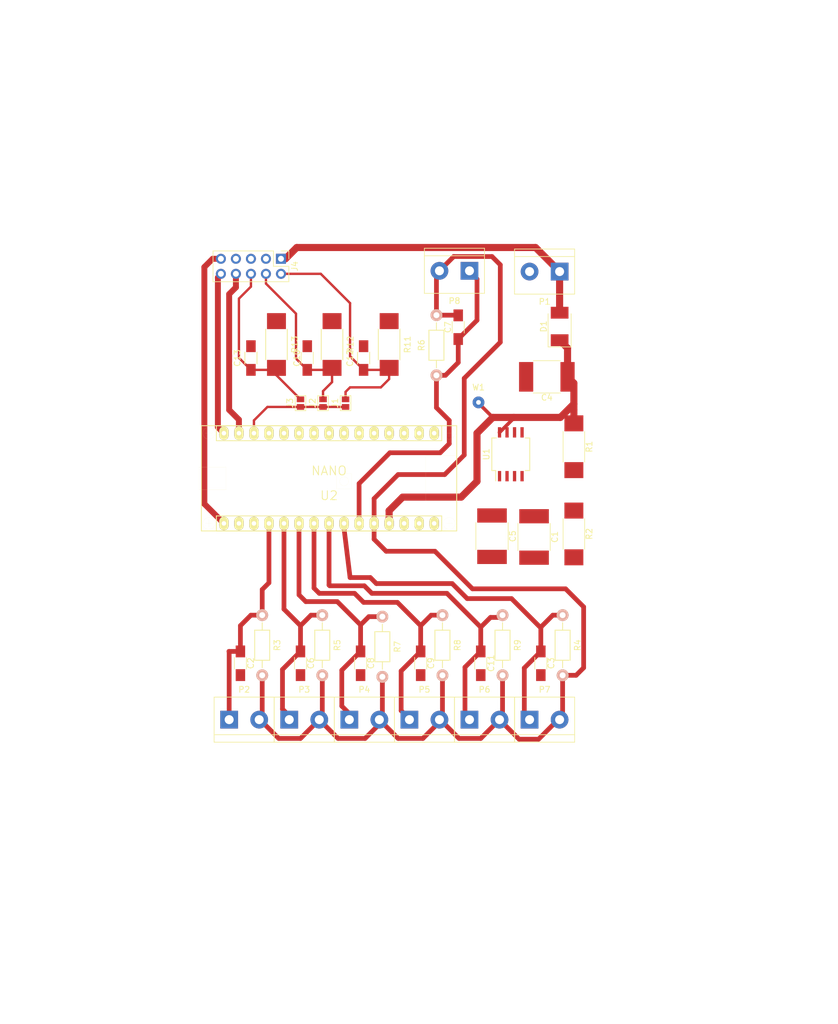
<source format=kicad_pcb>
(kicad_pcb (version 4) (host pcbnew 4.0.7-e2-6376~61~ubuntu18.04.1)

  (general
    (links 83)
    (no_connects 25)
    (area 27.456001 33.876 173.204 208.313001)
    (thickness 1.6)
    (drawings 22)
    (tracks 223)
    (zones 0)
    (modules 41)
    (nets 38)
  )

  (page A4)
  (layers
    (0 F.Cu signal)
    (31 B.Cu signal)
    (32 B.Adhes user)
    (33 F.Adhes user)
    (34 B.Paste user)
    (35 F.Paste user)
    (36 B.SilkS user)
    (37 F.SilkS user)
    (38 B.Mask user)
    (39 F.Mask user)
    (40 Dwgs.User user)
    (41 Cmts.User user)
    (42 Eco1.User user)
    (43 Eco2.User user)
    (44 Edge.Cuts user)
    (45 Margin user)
    (46 B.CrtYd user)
    (47 F.CrtYd user)
    (48 B.Fab user)
    (49 F.Fab user)
  )

  (setup
    (last_trace_width 0.25)
    (user_trace_width 0.4)
    (user_trace_width 0.6)
    (user_trace_width 0.8)
    (user_trace_width 1)
    (user_trace_width 1.2)
    (trace_clearance 0.25)
    (zone_clearance 0.508)
    (zone_45_only yes)
    (trace_min 0)
    (segment_width 0.2)
    (edge_width 0.15)
    (via_size 0.6)
    (via_drill 0.4)
    (via_min_size 0)
    (via_min_drill 0.3)
    (user_via 1.9 1)
    (uvia_size 0.3)
    (uvia_drill 0.1)
    (uvias_allowed no)
    (uvia_min_size 0)
    (uvia_min_drill 0.1)
    (pcb_text_width 0.3)
    (pcb_text_size 1.5 1.5)
    (mod_edge_width 0.15)
    (mod_text_size 1 1)
    (mod_text_width 0.15)
    (pad_size 2 2)
    (pad_drill 1)
    (pad_to_mask_clearance 0.2)
    (aux_axis_origin 0 0)
    (visible_elements FFFFFF7F)
    (pcbplotparams
      (layerselection 0x01060_80000000)
      (usegerberextensions false)
      (excludeedgelayer true)
      (linewidth 0.100000)
      (plotframeref false)
      (viasonmask false)
      (mode 1)
      (useauxorigin false)
      (hpglpennumber 1)
      (hpglpenspeed 20)
      (hpglpendiameter 15)
      (hpglpenoverlay 2)
      (psnegative false)
      (psa4output false)
      (plotreference true)
      (plotvalue true)
      (plotinvisibletext false)
      (padsonsilk false)
      (subtractmaskfromsilk false)
      (outputformat 1)
      (mirror false)
      (drillshape 0)
      (scaleselection 1)
      (outputdirectory gerber/))
  )

  (net 0 "")
  (net 1 "Net-(C1-Pad1)")
  (net 2 GND)
  (net 3 /intensidad_1)
  (net 4 /v_referencia)
  (net 5 /intensidad_6)
  (net 6 VCC)
  (net 7 /intensidad_2)
  (net 8 /intensidad_7)
  (net 9 /intensidad_3)
  (net 10 /intensidad_4)
  (net 11 /ss)
  (net 12 /intensidad_5)
  (net 13 /vcc_5v)
  (net 14 /esp_d0)
  (net 15 /esp_d1)
  (net 16 /esp_d2)
  (net 17 /mosi)
  (net 18 /miso)
  (net 19 /sck)
  (net 20 /esp_d8)
  (net 21 /esp_d3)
  (net 22 "Net-(U2-Pad2)")
  (net 23 "Net-(U2-Pad3)")
  (net 24 "Net-(U2-Pad4)")
  (net 25 "Net-(U2-Pad30)")
  (net 26 "Net-(U2-Pad28)")
  (net 27 "Net-(U2-Pad18)")
  (net 28 "Net-(U2-Pad17)")
  (net 29 "Net-(U2-Pad1)")
  (net 30 "Net-(U2-Pad5)")
  (net 31 "Net-(U2-Pad6)")
  (net 32 "Net-(U2-Pad7)")
  (net 33 "Net-(U2-Pad8)")
  (net 34 "Net-(U2-Pad9)")
  (net 35 "Net-(U2-Pad10)")
  (net 36 "Net-(U2-Pad11)")
  (net 37 "Net-(U2-Pad12)")

  (net_class Default "This is the default net class."
    (clearance 0.25)
    (trace_width 0.25)
    (via_dia 0.6)
    (via_drill 0.4)
    (uvia_dia 0.3)
    (uvia_drill 0.1)
    (add_net /esp_d0)
    (add_net /esp_d1)
    (add_net /esp_d2)
    (add_net /esp_d3)
    (add_net /esp_d8)
    (add_net /intensidad_1)
    (add_net /intensidad_2)
    (add_net /intensidad_3)
    (add_net /intensidad_4)
    (add_net /intensidad_5)
    (add_net /intensidad_6)
    (add_net /intensidad_7)
    (add_net /miso)
    (add_net /mosi)
    (add_net /sck)
    (add_net /ss)
    (add_net /v_referencia)
    (add_net /vcc_5v)
    (add_net GND)
    (add_net "Net-(C1-Pad1)")
    (add_net "Net-(U2-Pad1)")
    (add_net "Net-(U2-Pad10)")
    (add_net "Net-(U2-Pad11)")
    (add_net "Net-(U2-Pad12)")
    (add_net "Net-(U2-Pad17)")
    (add_net "Net-(U2-Pad18)")
    (add_net "Net-(U2-Pad2)")
    (add_net "Net-(U2-Pad28)")
    (add_net "Net-(U2-Pad3)")
    (add_net "Net-(U2-Pad30)")
    (add_net "Net-(U2-Pad4)")
    (add_net "Net-(U2-Pad5)")
    (add_net "Net-(U2-Pad6)")
    (add_net "Net-(U2-Pad7)")
    (add_net "Net-(U2-Pad8)")
    (add_net "Net-(U2-Pad9)")
    (add_net VCC)
  )

  (module Capacitors_SMD:C_2220_HandSoldering (layer F.Cu) (tedit 58AA857D) (tstamp 5D4EB4CA)
    (at 117.983 124.079 270)
    (descr "Capacitor SMD 2220, hand soldering")
    (tags "capacitor 2220")
    (path /5D4E0BA3)
    (attr smd)
    (fp_text reference C1 (at 0 -3.5 270) (layer F.SilkS)
      (effects (font (size 1 1) (thickness 0.15)))
    )
    (fp_text value 10uF (at 0 3.75 270) (layer F.Fab)
      (effects (font (size 1 1) (thickness 0.15)))
    )
    (fp_text user %R (at 0 -3.5 270) (layer F.Fab)
      (effects (font (size 1 1) (thickness 0.15)))
    )
    (fp_line (start -2.75 2.5) (end -2.75 -2.5) (layer F.Fab) (width 0.1))
    (fp_line (start 2.75 2.5) (end -2.75 2.5) (layer F.Fab) (width 0.1))
    (fp_line (start 2.75 -2.5) (end 2.75 2.5) (layer F.Fab) (width 0.1))
    (fp_line (start -2.75 -2.5) (end 2.75 -2.5) (layer F.Fab) (width 0.1))
    (fp_line (start 2.3 -2.73) (end -2.3 -2.73) (layer F.SilkS) (width 0.12))
    (fp_line (start -2.3 2.73) (end 2.3 2.73) (layer F.SilkS) (width 0.12))
    (fp_line (start -4.95 -2.75) (end 4.95 -2.75) (layer F.CrtYd) (width 0.05))
    (fp_line (start -4.95 -2.75) (end -4.95 2.75) (layer F.CrtYd) (width 0.05))
    (fp_line (start 4.95 2.75) (end 4.95 -2.75) (layer F.CrtYd) (width 0.05))
    (fp_line (start 4.95 2.75) (end -4.95 2.75) (layer F.CrtYd) (width 0.05))
    (pad 1 smd rect (at -3.5 0 270) (size 2.4 5) (layers F.Cu F.Paste F.Mask)
      (net 1 "Net-(C1-Pad1)"))
    (pad 2 smd rect (at 3.5 0 270) (size 2.4 5) (layers F.Cu F.Paste F.Mask)
      (net 2 GND))
    (model Capacitors_SMD.3dshapes/C_2220.wrl
      (at (xyz 0 0 0))
      (scale (xyz 1 1 1))
      (rotate (xyz 0 0 0))
    )
  )

  (module Capacitors_SMD:C_1206_HandSoldering (layer F.Cu) (tedit 58AA84D1) (tstamp 5D4EB4D0)
    (at 68.326 145.415 270)
    (descr "Capacitor SMD 1206, hand soldering")
    (tags "capacitor 1206")
    (path /5D4CAF07)
    (attr smd)
    (fp_text reference C2 (at 0 -1.75 270) (layer F.SilkS)
      (effects (font (size 1 1) (thickness 0.15)))
    )
    (fp_text value 100nF (at 0 2 270) (layer F.Fab)
      (effects (font (size 1 1) (thickness 0.15)))
    )
    (fp_text user %R (at 0 -1.75 270) (layer F.Fab)
      (effects (font (size 1 1) (thickness 0.15)))
    )
    (fp_line (start -1.6 0.8) (end -1.6 -0.8) (layer F.Fab) (width 0.1))
    (fp_line (start 1.6 0.8) (end -1.6 0.8) (layer F.Fab) (width 0.1))
    (fp_line (start 1.6 -0.8) (end 1.6 0.8) (layer F.Fab) (width 0.1))
    (fp_line (start -1.6 -0.8) (end 1.6 -0.8) (layer F.Fab) (width 0.1))
    (fp_line (start 1 -1.02) (end -1 -1.02) (layer F.SilkS) (width 0.12))
    (fp_line (start -1 1.02) (end 1 1.02) (layer F.SilkS) (width 0.12))
    (fp_line (start -3.25 -1.05) (end 3.25 -1.05) (layer F.CrtYd) (width 0.05))
    (fp_line (start -3.25 -1.05) (end -3.25 1.05) (layer F.CrtYd) (width 0.05))
    (fp_line (start 3.25 1.05) (end 3.25 -1.05) (layer F.CrtYd) (width 0.05))
    (fp_line (start 3.25 1.05) (end -3.25 1.05) (layer F.CrtYd) (width 0.05))
    (pad 1 smd rect (at -2 0 270) (size 2 1.6) (layers F.Cu F.Paste F.Mask)
      (net 3 /intensidad_1))
    (pad 2 smd rect (at 2 0 270) (size 2 1.6) (layers F.Cu F.Paste F.Mask)
      (net 4 /v_referencia))
    (model Capacitors_SMD.3dshapes/C_1206.wrl
      (at (xyz 0 0 0))
      (scale (xyz 1 1 1))
      (rotate (xyz 0 0 0))
    )
  )

  (module Capacitors_SMD:C_1206_HandSoldering (layer F.Cu) (tedit 58AA84D1) (tstamp 5D4EB4D6)
    (at 119.126 145.415 270)
    (descr "Capacitor SMD 1206, hand soldering")
    (tags "capacitor 1206")
    (path /5D4C6F14)
    (attr smd)
    (fp_text reference C3 (at 0 -1.75 270) (layer F.SilkS)
      (effects (font (size 1 1) (thickness 0.15)))
    )
    (fp_text value 100nF (at 0 2 270) (layer F.Fab)
      (effects (font (size 1 1) (thickness 0.15)))
    )
    (fp_text user %R (at 0 -1.75 270) (layer F.Fab)
      (effects (font (size 1 1) (thickness 0.15)))
    )
    (fp_line (start -1.6 0.8) (end -1.6 -0.8) (layer F.Fab) (width 0.1))
    (fp_line (start 1.6 0.8) (end -1.6 0.8) (layer F.Fab) (width 0.1))
    (fp_line (start 1.6 -0.8) (end 1.6 0.8) (layer F.Fab) (width 0.1))
    (fp_line (start -1.6 -0.8) (end 1.6 -0.8) (layer F.Fab) (width 0.1))
    (fp_line (start 1 -1.02) (end -1 -1.02) (layer F.SilkS) (width 0.12))
    (fp_line (start -1 1.02) (end 1 1.02) (layer F.SilkS) (width 0.12))
    (fp_line (start -3.25 -1.05) (end 3.25 -1.05) (layer F.CrtYd) (width 0.05))
    (fp_line (start -3.25 -1.05) (end -3.25 1.05) (layer F.CrtYd) (width 0.05))
    (fp_line (start 3.25 1.05) (end 3.25 -1.05) (layer F.CrtYd) (width 0.05))
    (fp_line (start 3.25 1.05) (end -3.25 1.05) (layer F.CrtYd) (width 0.05))
    (pad 1 smd rect (at -2 0 270) (size 2 1.6) (layers F.Cu F.Paste F.Mask)
      (net 5 /intensidad_6))
    (pad 2 smd rect (at 2 0 270) (size 2 1.6) (layers F.Cu F.Paste F.Mask)
      (net 4 /v_referencia))
    (model Capacitors_SMD.3dshapes/C_1206.wrl
      (at (xyz 0 0 0))
      (scale (xyz 1 1 1))
      (rotate (xyz 0 0 0))
    )
  )

  (module Capacitors_SMD:C_2220_HandSoldering (layer F.Cu) (tedit 58AA857D) (tstamp 5D4EB4DC)
    (at 120.142 97.028 180)
    (descr "Capacitor SMD 2220, hand soldering")
    (tags "capacitor 2220")
    (path /5D4E44A9)
    (attr smd)
    (fp_text reference C4 (at 0 -3.5 180) (layer F.SilkS)
      (effects (font (size 1 1) (thickness 0.15)))
    )
    (fp_text value 10uF (at 0 3.75 180) (layer F.Fab)
      (effects (font (size 1 1) (thickness 0.15)))
    )
    (fp_text user %R (at 0 -3.5 180) (layer F.Fab)
      (effects (font (size 1 1) (thickness 0.15)))
    )
    (fp_line (start -2.75 2.5) (end -2.75 -2.5) (layer F.Fab) (width 0.1))
    (fp_line (start 2.75 2.5) (end -2.75 2.5) (layer F.Fab) (width 0.1))
    (fp_line (start 2.75 -2.5) (end 2.75 2.5) (layer F.Fab) (width 0.1))
    (fp_line (start -2.75 -2.5) (end 2.75 -2.5) (layer F.Fab) (width 0.1))
    (fp_line (start 2.3 -2.73) (end -2.3 -2.73) (layer F.SilkS) (width 0.12))
    (fp_line (start -2.3 2.73) (end 2.3 2.73) (layer F.SilkS) (width 0.12))
    (fp_line (start -4.95 -2.75) (end 4.95 -2.75) (layer F.CrtYd) (width 0.05))
    (fp_line (start -4.95 -2.75) (end -4.95 2.75) (layer F.CrtYd) (width 0.05))
    (fp_line (start 4.95 2.75) (end 4.95 -2.75) (layer F.CrtYd) (width 0.05))
    (fp_line (start 4.95 2.75) (end -4.95 2.75) (layer F.CrtYd) (width 0.05))
    (pad 1 smd rect (at -3.5 0 180) (size 2.4 5) (layers F.Cu F.Paste F.Mask)
      (net 6 VCC))
    (pad 2 smd rect (at 3.5 0 180) (size 2.4 5) (layers F.Cu F.Paste F.Mask)
      (net 2 GND))
    (model Capacitors_SMD.3dshapes/C_2220.wrl
      (at (xyz 0 0 0))
      (scale (xyz 1 1 1))
      (rotate (xyz 0 0 0))
    )
  )

  (module Capacitors_SMD:C_2220_HandSoldering (layer F.Cu) (tedit 58AA857D) (tstamp 5D4EB4E2)
    (at 110.871 123.952 270)
    (descr "Capacitor SMD 2220, hand soldering")
    (tags "capacitor 2220")
    (path /5D4DFAA3)
    (attr smd)
    (fp_text reference C5 (at 0 -3.5 270) (layer F.SilkS)
      (effects (font (size 1 1) (thickness 0.15)))
    )
    (fp_text value 10uF (at 0 3.75 270) (layer F.Fab)
      (effects (font (size 1 1) (thickness 0.15)))
    )
    (fp_text user %R (at 0 -3.5 270) (layer F.Fab)
      (effects (font (size 1 1) (thickness 0.15)))
    )
    (fp_line (start -2.75 2.5) (end -2.75 -2.5) (layer F.Fab) (width 0.1))
    (fp_line (start 2.75 2.5) (end -2.75 2.5) (layer F.Fab) (width 0.1))
    (fp_line (start 2.75 -2.5) (end 2.75 2.5) (layer F.Fab) (width 0.1))
    (fp_line (start -2.75 -2.5) (end 2.75 -2.5) (layer F.Fab) (width 0.1))
    (fp_line (start 2.3 -2.73) (end -2.3 -2.73) (layer F.SilkS) (width 0.12))
    (fp_line (start -2.3 2.73) (end 2.3 2.73) (layer F.SilkS) (width 0.12))
    (fp_line (start -4.95 -2.75) (end 4.95 -2.75) (layer F.CrtYd) (width 0.05))
    (fp_line (start -4.95 -2.75) (end -4.95 2.75) (layer F.CrtYd) (width 0.05))
    (fp_line (start 4.95 2.75) (end 4.95 -2.75) (layer F.CrtYd) (width 0.05))
    (fp_line (start 4.95 2.75) (end -4.95 2.75) (layer F.CrtYd) (width 0.05))
    (pad 1 smd rect (at -3.5 0 270) (size 2.4 5) (layers F.Cu F.Paste F.Mask)
      (net 4 /v_referencia))
    (pad 2 smd rect (at 3.5 0 270) (size 2.4 5) (layers F.Cu F.Paste F.Mask)
      (net 2 GND))
    (model Capacitors_SMD.3dshapes/C_2220.wrl
      (at (xyz 0 0 0))
      (scale (xyz 1 1 1))
      (rotate (xyz 0 0 0))
    )
  )

  (module Capacitors_SMD:C_1206_HandSoldering (layer F.Cu) (tedit 58AA84D1) (tstamp 5D4EB4E8)
    (at 78.486 145.415 270)
    (descr "Capacitor SMD 1206, hand soldering")
    (tags "capacitor 1206")
    (path /5D4D18FF)
    (attr smd)
    (fp_text reference C6 (at 0 -1.75 270) (layer F.SilkS)
      (effects (font (size 1 1) (thickness 0.15)))
    )
    (fp_text value 100nF (at 0 2 270) (layer F.Fab)
      (effects (font (size 1 1) (thickness 0.15)))
    )
    (fp_text user %R (at 0 -1.75 270) (layer F.Fab)
      (effects (font (size 1 1) (thickness 0.15)))
    )
    (fp_line (start -1.6 0.8) (end -1.6 -0.8) (layer F.Fab) (width 0.1))
    (fp_line (start 1.6 0.8) (end -1.6 0.8) (layer F.Fab) (width 0.1))
    (fp_line (start 1.6 -0.8) (end 1.6 0.8) (layer F.Fab) (width 0.1))
    (fp_line (start -1.6 -0.8) (end 1.6 -0.8) (layer F.Fab) (width 0.1))
    (fp_line (start 1 -1.02) (end -1 -1.02) (layer F.SilkS) (width 0.12))
    (fp_line (start -1 1.02) (end 1 1.02) (layer F.SilkS) (width 0.12))
    (fp_line (start -3.25 -1.05) (end 3.25 -1.05) (layer F.CrtYd) (width 0.05))
    (fp_line (start -3.25 -1.05) (end -3.25 1.05) (layer F.CrtYd) (width 0.05))
    (fp_line (start 3.25 1.05) (end 3.25 -1.05) (layer F.CrtYd) (width 0.05))
    (fp_line (start 3.25 1.05) (end -3.25 1.05) (layer F.CrtYd) (width 0.05))
    (pad 1 smd rect (at -2 0 270) (size 2 1.6) (layers F.Cu F.Paste F.Mask)
      (net 7 /intensidad_2))
    (pad 2 smd rect (at 2 0 270) (size 2 1.6) (layers F.Cu F.Paste F.Mask)
      (net 4 /v_referencia))
    (model Capacitors_SMD.3dshapes/C_1206.wrl
      (at (xyz 0 0 0))
      (scale (xyz 1 1 1))
      (rotate (xyz 0 0 0))
    )
  )

  (module Capacitors_SMD:C_1206_HandSoldering (layer F.Cu) (tedit 58AA84D1) (tstamp 5D4EB4EE)
    (at 105.156 88.646 90)
    (descr "Capacitor SMD 1206, hand soldering")
    (tags "capacitor 1206")
    (path /5D4C6F33)
    (attr smd)
    (fp_text reference C7 (at 0 -1.75 90) (layer F.SilkS)
      (effects (font (size 1 1) (thickness 0.15)))
    )
    (fp_text value 100nF (at 0 2 90) (layer F.Fab)
      (effects (font (size 1 1) (thickness 0.15)))
    )
    (fp_text user %R (at 0 -1.75 90) (layer F.Fab)
      (effects (font (size 1 1) (thickness 0.15)))
    )
    (fp_line (start -1.6 0.8) (end -1.6 -0.8) (layer F.Fab) (width 0.1))
    (fp_line (start 1.6 0.8) (end -1.6 0.8) (layer F.Fab) (width 0.1))
    (fp_line (start 1.6 -0.8) (end 1.6 0.8) (layer F.Fab) (width 0.1))
    (fp_line (start -1.6 -0.8) (end 1.6 -0.8) (layer F.Fab) (width 0.1))
    (fp_line (start 1 -1.02) (end -1 -1.02) (layer F.SilkS) (width 0.12))
    (fp_line (start -1 1.02) (end 1 1.02) (layer F.SilkS) (width 0.12))
    (fp_line (start -3.25 -1.05) (end 3.25 -1.05) (layer F.CrtYd) (width 0.05))
    (fp_line (start -3.25 -1.05) (end -3.25 1.05) (layer F.CrtYd) (width 0.05))
    (fp_line (start 3.25 1.05) (end 3.25 -1.05) (layer F.CrtYd) (width 0.05))
    (fp_line (start 3.25 1.05) (end -3.25 1.05) (layer F.CrtYd) (width 0.05))
    (pad 1 smd rect (at -2 0 90) (size 2 1.6) (layers F.Cu F.Paste F.Mask)
      (net 8 /intensidad_7))
    (pad 2 smd rect (at 2 0 90) (size 2 1.6) (layers F.Cu F.Paste F.Mask)
      (net 4 /v_referencia))
    (model Capacitors_SMD.3dshapes/C_1206.wrl
      (at (xyz 0 0 0))
      (scale (xyz 1 1 1))
      (rotate (xyz 0 0 0))
    )
  )

  (module Capacitors_SMD:C_1206_HandSoldering (layer F.Cu) (tedit 58AA84D1) (tstamp 5D4EB4F4)
    (at 88.646 145.415 270)
    (descr "Capacitor SMD 1206, hand soldering")
    (tags "capacitor 1206")
    (path /5D4D3DCE)
    (attr smd)
    (fp_text reference C8 (at 0 -1.75 270) (layer F.SilkS)
      (effects (font (size 1 1) (thickness 0.15)))
    )
    (fp_text value 100nF (at 0 2 270) (layer F.Fab)
      (effects (font (size 1 1) (thickness 0.15)))
    )
    (fp_text user %R (at 0 -1.75 270) (layer F.Fab)
      (effects (font (size 1 1) (thickness 0.15)))
    )
    (fp_line (start -1.6 0.8) (end -1.6 -0.8) (layer F.Fab) (width 0.1))
    (fp_line (start 1.6 0.8) (end -1.6 0.8) (layer F.Fab) (width 0.1))
    (fp_line (start 1.6 -0.8) (end 1.6 0.8) (layer F.Fab) (width 0.1))
    (fp_line (start -1.6 -0.8) (end 1.6 -0.8) (layer F.Fab) (width 0.1))
    (fp_line (start 1 -1.02) (end -1 -1.02) (layer F.SilkS) (width 0.12))
    (fp_line (start -1 1.02) (end 1 1.02) (layer F.SilkS) (width 0.12))
    (fp_line (start -3.25 -1.05) (end 3.25 -1.05) (layer F.CrtYd) (width 0.05))
    (fp_line (start -3.25 -1.05) (end -3.25 1.05) (layer F.CrtYd) (width 0.05))
    (fp_line (start 3.25 1.05) (end 3.25 -1.05) (layer F.CrtYd) (width 0.05))
    (fp_line (start 3.25 1.05) (end -3.25 1.05) (layer F.CrtYd) (width 0.05))
    (pad 1 smd rect (at -2 0 270) (size 2 1.6) (layers F.Cu F.Paste F.Mask)
      (net 9 /intensidad_3))
    (pad 2 smd rect (at 2 0 270) (size 2 1.6) (layers F.Cu F.Paste F.Mask)
      (net 4 /v_referencia))
    (model Capacitors_SMD.3dshapes/C_1206.wrl
      (at (xyz 0 0 0))
      (scale (xyz 1 1 1))
      (rotate (xyz 0 0 0))
    )
  )

  (module Capacitors_SMD:C_1206_HandSoldering (layer F.Cu) (tedit 58AA84D1) (tstamp 5D4EB4FA)
    (at 98.806 145.415 270)
    (descr "Capacitor SMD 1206, hand soldering")
    (tags "capacitor 1206")
    (path /5D4D3DEE)
    (attr smd)
    (fp_text reference C9 (at 0 -1.75 270) (layer F.SilkS)
      (effects (font (size 1 1) (thickness 0.15)))
    )
    (fp_text value 100nF (at 0 2 270) (layer F.Fab)
      (effects (font (size 1 1) (thickness 0.15)))
    )
    (fp_text user %R (at 0 -1.75 270) (layer F.Fab)
      (effects (font (size 1 1) (thickness 0.15)))
    )
    (fp_line (start -1.6 0.8) (end -1.6 -0.8) (layer F.Fab) (width 0.1))
    (fp_line (start 1.6 0.8) (end -1.6 0.8) (layer F.Fab) (width 0.1))
    (fp_line (start 1.6 -0.8) (end 1.6 0.8) (layer F.Fab) (width 0.1))
    (fp_line (start -1.6 -0.8) (end 1.6 -0.8) (layer F.Fab) (width 0.1))
    (fp_line (start 1 -1.02) (end -1 -1.02) (layer F.SilkS) (width 0.12))
    (fp_line (start -1 1.02) (end 1 1.02) (layer F.SilkS) (width 0.12))
    (fp_line (start -3.25 -1.05) (end 3.25 -1.05) (layer F.CrtYd) (width 0.05))
    (fp_line (start -3.25 -1.05) (end -3.25 1.05) (layer F.CrtYd) (width 0.05))
    (fp_line (start 3.25 1.05) (end 3.25 -1.05) (layer F.CrtYd) (width 0.05))
    (fp_line (start 3.25 1.05) (end -3.25 1.05) (layer F.CrtYd) (width 0.05))
    (pad 1 smd rect (at -2 0 270) (size 2 1.6) (layers F.Cu F.Paste F.Mask)
      (net 10 /intensidad_4))
    (pad 2 smd rect (at 2 0 270) (size 2 1.6) (layers F.Cu F.Paste F.Mask)
      (net 4 /v_referencia))
    (model Capacitors_SMD.3dshapes/C_1206.wrl
      (at (xyz 0 0 0))
      (scale (xyz 1 1 1))
      (rotate (xyz 0 0 0))
    )
  )

  (module Capacitors_SMD:C_1206_HandSoldering (layer F.Cu) (tedit 58AA84D1) (tstamp 5D4EB500)
    (at 79.629 93.853 90)
    (descr "Capacitor SMD 1206, hand soldering")
    (tags "capacitor 1206")
    (path /5D4DE405)
    (attr smd)
    (fp_text reference C10 (at 0 -1.75 90) (layer F.SilkS)
      (effects (font (size 1 1) (thickness 0.15)))
    )
    (fp_text value 100nF (at 0 2 90) (layer F.Fab)
      (effects (font (size 1 1) (thickness 0.15)))
    )
    (fp_text user %R (at 0 -1.75 90) (layer F.Fab)
      (effects (font (size 1 1) (thickness 0.15)))
    )
    (fp_line (start -1.6 0.8) (end -1.6 -0.8) (layer F.Fab) (width 0.1))
    (fp_line (start 1.6 0.8) (end -1.6 0.8) (layer F.Fab) (width 0.1))
    (fp_line (start 1.6 -0.8) (end 1.6 0.8) (layer F.Fab) (width 0.1))
    (fp_line (start -1.6 -0.8) (end 1.6 -0.8) (layer F.Fab) (width 0.1))
    (fp_line (start 1 -1.02) (end -1 -1.02) (layer F.SilkS) (width 0.12))
    (fp_line (start -1 1.02) (end 1 1.02) (layer F.SilkS) (width 0.12))
    (fp_line (start -3.25 -1.05) (end 3.25 -1.05) (layer F.CrtYd) (width 0.05))
    (fp_line (start -3.25 -1.05) (end -3.25 1.05) (layer F.CrtYd) (width 0.05))
    (fp_line (start 3.25 1.05) (end 3.25 -1.05) (layer F.CrtYd) (width 0.05))
    (fp_line (start 3.25 1.05) (end -3.25 1.05) (layer F.CrtYd) (width 0.05))
    (pad 1 smd rect (at -2 0 90) (size 2 1.6) (layers F.Cu F.Paste F.Mask)
      (net 15 /esp_d1))
    (pad 2 smd rect (at 2 0 90) (size 2 1.6) (layers F.Cu F.Paste F.Mask)
      (net 2 GND))
    (model Capacitors_SMD.3dshapes/C_1206.wrl
      (at (xyz 0 0 0))
      (scale (xyz 1 1 1))
      (rotate (xyz 0 0 0))
    )
  )

  (module Capacitors_SMD:C_1206_HandSoldering (layer F.Cu) (tedit 58AA84D1) (tstamp 5D4EB506)
    (at 108.966 145.415 270)
    (descr "Capacitor SMD 1206, hand soldering")
    (tags "capacitor 1206")
    (path /5D4C652E)
    (attr smd)
    (fp_text reference C11 (at 0 -1.75 270) (layer F.SilkS)
      (effects (font (size 1 1) (thickness 0.15)))
    )
    (fp_text value 100nF (at 0 2 270) (layer F.Fab)
      (effects (font (size 1 1) (thickness 0.15)))
    )
    (fp_text user %R (at 0 -1.75 270) (layer F.Fab)
      (effects (font (size 1 1) (thickness 0.15)))
    )
    (fp_line (start -1.6 0.8) (end -1.6 -0.8) (layer F.Fab) (width 0.1))
    (fp_line (start 1.6 0.8) (end -1.6 0.8) (layer F.Fab) (width 0.1))
    (fp_line (start 1.6 -0.8) (end 1.6 0.8) (layer F.Fab) (width 0.1))
    (fp_line (start -1.6 -0.8) (end 1.6 -0.8) (layer F.Fab) (width 0.1))
    (fp_line (start 1 -1.02) (end -1 -1.02) (layer F.SilkS) (width 0.12))
    (fp_line (start -1 1.02) (end 1 1.02) (layer F.SilkS) (width 0.12))
    (fp_line (start -3.25 -1.05) (end 3.25 -1.05) (layer F.CrtYd) (width 0.05))
    (fp_line (start -3.25 -1.05) (end -3.25 1.05) (layer F.CrtYd) (width 0.05))
    (fp_line (start 3.25 1.05) (end 3.25 -1.05) (layer F.CrtYd) (width 0.05))
    (fp_line (start 3.25 1.05) (end -3.25 1.05) (layer F.CrtYd) (width 0.05))
    (pad 1 smd rect (at -2 0 270) (size 2 1.6) (layers F.Cu F.Paste F.Mask)
      (net 12 /intensidad_5))
    (pad 2 smd rect (at 2 0 270) (size 2 1.6) (layers F.Cu F.Paste F.Mask)
      (net 4 /v_referencia))
    (model Capacitors_SMD.3dshapes/C_1206.wrl
      (at (xyz 0 0 0))
      (scale (xyz 1 1 1))
      (rotate (xyz 0 0 0))
    )
  )

  (module Diodes_SMD:D_2114 (layer F.Cu) (tedit 590CF38C) (tstamp 5D4EB50C)
    (at 122.301 88.519 90)
    (descr "Diode SMD 2114, reflow soldering http://datasheets.avx.com/schottky.pdf")
    (tags "Diode 2114")
    (path /5D4E44AF)
    (attr smd)
    (fp_text reference D1 (at 0 -2.7 90) (layer F.SilkS)
      (effects (font (size 1 1) (thickness 0.15)))
    )
    (fp_text value schottky (at 0 2.8 90) (layer F.Fab)
      (effects (font (size 1 1) (thickness 0.15)))
    )
    (fp_text user %R (at 0 -2.7 90) (layer F.Fab)
      (effects (font (size 1 1) (thickness 0.15)))
    )
    (fp_line (start -3.46 -1.95) (end -3.46 1.95) (layer F.SilkS) (width 0.12))
    (fp_line (start -2.6 1.8) (end -2.6 -1.8) (layer F.Fab) (width 0.1))
    (fp_line (start 2.6 -1.8) (end -2.6 -1.8) (layer F.Fab) (width 0.1))
    (fp_line (start -3.61 -2.1) (end 3.61 -2.1) (layer F.CrtYd) (width 0.05))
    (fp_line (start 3.61 -2.1) (end 3.61 2.1) (layer F.CrtYd) (width 0.05))
    (fp_line (start 3.61 2.1) (end -3.61 2.1) (layer F.CrtYd) (width 0.05))
    (fp_line (start -3.61 2.1) (end -3.61 -2.1) (layer F.CrtYd) (width 0.05))
    (fp_line (start -0.64944 0.00102) (end -1.55114 0.00102) (layer F.Fab) (width 0.1))
    (fp_line (start 0.50118 0.00102) (end 1.4994 0.00102) (layer F.Fab) (width 0.1))
    (fp_line (start -0.64944 -0.79908) (end -0.64944 0.80112) (layer F.Fab) (width 0.1))
    (fp_line (start 0.50118 0.75032) (end 0.50118 -0.79908) (layer F.Fab) (width 0.1))
    (fp_line (start -0.64944 0.00102) (end 0.50118 0.75032) (layer F.Fab) (width 0.1))
    (fp_line (start -0.64944 0.00102) (end 0.50118 -0.79908) (layer F.Fab) (width 0.1))
    (fp_line (start -3.46 1.95) (end 2.15 1.95) (layer F.SilkS) (width 0.12))
    (fp_line (start -3.46 -1.95) (end 2.15 -1.95) (layer F.SilkS) (width 0.12))
    (fp_line (start 2.6 1.8) (end -2.6 1.8) (layer F.Fab) (width 0.1))
    (fp_line (start 2.6 1.8) (end 2.6 -1.8) (layer F.Fab) (width 0.1))
    (pad 1 smd rect (at -2.325 0 90) (size 2 3) (layers F.Cu F.Paste F.Mask)
      (net 6 VCC))
    (pad 2 smd rect (at 2.325 0 90) (size 2 3) (layers F.Cu F.Paste F.Mask)
      (net 13 /vcc_5v))
    (model ${KISYS3DMOD}/Diodes_SMD.3dshapes/D_2114.wrl
      (at (xyz 0 0 0))
      (scale (xyz 1 1 1))
      (rotate (xyz 0 0 0))
    )
  )

  (module Connectors:GS2 (layer F.Cu) (tedit 586134A1) (tstamp 5D4EB512)
    (at 86.106 101.473 180)
    (descr "2-pin solder bridge")
    (tags "solder bridge")
    (path /5D4D6B1F)
    (attr smd)
    (fp_text reference J1 (at 1.78 0 270) (layer F.SilkS)
      (effects (font (size 1 1) (thickness 0.15)))
    )
    (fp_text value GS2 (at -1.8 0 270) (layer F.Fab)
      (effects (font (size 1 1) (thickness 0.15)))
    )
    (fp_line (start 1.1 -1.45) (end 1.1 1.5) (layer F.CrtYd) (width 0.05))
    (fp_line (start 1.1 1.5) (end -1.1 1.5) (layer F.CrtYd) (width 0.05))
    (fp_line (start -1.1 1.5) (end -1.1 -1.45) (layer F.CrtYd) (width 0.05))
    (fp_line (start -1.1 -1.45) (end 1.1 -1.45) (layer F.CrtYd) (width 0.05))
    (fp_line (start -0.89 -1.27) (end -0.89 1.27) (layer F.SilkS) (width 0.12))
    (fp_line (start 0.89 1.27) (end 0.89 -1.27) (layer F.SilkS) (width 0.12))
    (fp_line (start 0.89 1.27) (end -0.89 1.27) (layer F.SilkS) (width 0.12))
    (fp_line (start -0.89 -1.27) (end 0.89 -1.27) (layer F.SilkS) (width 0.12))
    (pad 1 smd rect (at 0 -0.64 180) (size 1.27 0.97) (layers F.Cu F.Paste F.Mask)
      (net 11 /ss))
    (pad 2 smd rect (at 0 0.64 180) (size 1.27 0.97) (layers F.Cu F.Paste F.Mask)
      (net 16 /esp_d2))
  )

  (module Connectors:GS2 (layer F.Cu) (tedit 586134A1) (tstamp 5D4EB518)
    (at 82.296 101.473 180)
    (descr "2-pin solder bridge")
    (tags "solder bridge")
    (path /5D4D6D86)
    (attr smd)
    (fp_text reference J2 (at 1.78 0 270) (layer F.SilkS)
      (effects (font (size 1 1) (thickness 0.15)))
    )
    (fp_text value GS2 (at -1.8 0 270) (layer F.Fab)
      (effects (font (size 1 1) (thickness 0.15)))
    )
    (fp_line (start 1.1 -1.45) (end 1.1 1.5) (layer F.CrtYd) (width 0.05))
    (fp_line (start 1.1 1.5) (end -1.1 1.5) (layer F.CrtYd) (width 0.05))
    (fp_line (start -1.1 1.5) (end -1.1 -1.45) (layer F.CrtYd) (width 0.05))
    (fp_line (start -1.1 -1.45) (end 1.1 -1.45) (layer F.CrtYd) (width 0.05))
    (fp_line (start -0.89 -1.27) (end -0.89 1.27) (layer F.SilkS) (width 0.12))
    (fp_line (start 0.89 1.27) (end 0.89 -1.27) (layer F.SilkS) (width 0.12))
    (fp_line (start 0.89 1.27) (end -0.89 1.27) (layer F.SilkS) (width 0.12))
    (fp_line (start -0.89 -1.27) (end 0.89 -1.27) (layer F.SilkS) (width 0.12))
    (pad 1 smd rect (at 0 -0.64 180) (size 1.27 0.97) (layers F.Cu F.Paste F.Mask)
      (net 11 /ss))
    (pad 2 smd rect (at 0 0.64 180) (size 1.27 0.97) (layers F.Cu F.Paste F.Mask)
      (net 15 /esp_d1))
  )

  (module Connectors:GS2 (layer F.Cu) (tedit 586134A1) (tstamp 5D4EB51E)
    (at 78.486 101.473 180)
    (descr "2-pin solder bridge")
    (tags "solder bridge")
    (path /5D4D6ED7)
    (attr smd)
    (fp_text reference J3 (at 1.78 0 270) (layer F.SilkS)
      (effects (font (size 1 1) (thickness 0.15)))
    )
    (fp_text value GS2 (at -1.8 0 270) (layer F.Fab)
      (effects (font (size 1 1) (thickness 0.15)))
    )
    (fp_line (start 1.1 -1.45) (end 1.1 1.5) (layer F.CrtYd) (width 0.05))
    (fp_line (start 1.1 1.5) (end -1.1 1.5) (layer F.CrtYd) (width 0.05))
    (fp_line (start -1.1 1.5) (end -1.1 -1.45) (layer F.CrtYd) (width 0.05))
    (fp_line (start -1.1 -1.45) (end 1.1 -1.45) (layer F.CrtYd) (width 0.05))
    (fp_line (start -0.89 -1.27) (end -0.89 1.27) (layer F.SilkS) (width 0.12))
    (fp_line (start 0.89 1.27) (end 0.89 -1.27) (layer F.SilkS) (width 0.12))
    (fp_line (start 0.89 1.27) (end -0.89 1.27) (layer F.SilkS) (width 0.12))
    (fp_line (start -0.89 -1.27) (end 0.89 -1.27) (layer F.SilkS) (width 0.12))
    (pad 1 smd rect (at 0 -0.64 180) (size 1.27 0.97) (layers F.Cu F.Paste F.Mask)
      (net 11 /ss))
    (pad 2 smd rect (at 0 0.64 180) (size 1.27 0.97) (layers F.Cu F.Paste F.Mask)
      (net 14 /esp_d0))
  )

  (module Pin_Headers:Pin_Header_Straight_2x05_Pitch2.54mm (layer F.Cu) (tedit 59650532) (tstamp 5D4EB52C)
    (at 75.184 77.089 270)
    (descr "Through hole straight pin header, 2x05, 2.54mm pitch, double rows")
    (tags "Through hole pin header THT 2x05 2.54mm double row")
    (path /5D4CBA5C)
    (fp_text reference J4 (at 1.27 -2.33 270) (layer F.SilkS)
      (effects (font (size 1 1) (thickness 0.15)))
    )
    (fp_text value Conn_02x05_Odd_Even (at 1.27 12.49 270) (layer F.Fab)
      (effects (font (size 1 1) (thickness 0.15)))
    )
    (fp_line (start 0 -1.27) (end 3.81 -1.27) (layer F.Fab) (width 0.1))
    (fp_line (start 3.81 -1.27) (end 3.81 11.43) (layer F.Fab) (width 0.1))
    (fp_line (start 3.81 11.43) (end -1.27 11.43) (layer F.Fab) (width 0.1))
    (fp_line (start -1.27 11.43) (end -1.27 0) (layer F.Fab) (width 0.1))
    (fp_line (start -1.27 0) (end 0 -1.27) (layer F.Fab) (width 0.1))
    (fp_line (start -1.33 11.49) (end 3.87 11.49) (layer F.SilkS) (width 0.12))
    (fp_line (start -1.33 1.27) (end -1.33 11.49) (layer F.SilkS) (width 0.12))
    (fp_line (start 3.87 -1.33) (end 3.87 11.49) (layer F.SilkS) (width 0.12))
    (fp_line (start -1.33 1.27) (end 1.27 1.27) (layer F.SilkS) (width 0.12))
    (fp_line (start 1.27 1.27) (end 1.27 -1.33) (layer F.SilkS) (width 0.12))
    (fp_line (start 1.27 -1.33) (end 3.87 -1.33) (layer F.SilkS) (width 0.12))
    (fp_line (start -1.33 0) (end -1.33 -1.33) (layer F.SilkS) (width 0.12))
    (fp_line (start -1.33 -1.33) (end 0 -1.33) (layer F.SilkS) (width 0.12))
    (fp_line (start -1.8 -1.8) (end -1.8 11.95) (layer F.CrtYd) (width 0.05))
    (fp_line (start -1.8 11.95) (end 4.35 11.95) (layer F.CrtYd) (width 0.05))
    (fp_line (start 4.35 11.95) (end 4.35 -1.8) (layer F.CrtYd) (width 0.05))
    (fp_line (start 4.35 -1.8) (end -1.8 -1.8) (layer F.CrtYd) (width 0.05))
    (fp_text user %R (at 1.27 5.08 360) (layer F.Fab)
      (effects (font (size 1 1) (thickness 0.15)))
    )
    (pad 1 thru_hole rect (at 0 0 270) (size 1.7 1.7) (drill 1) (layers *.Cu *.Mask)
      (net 13 /vcc_5v))
    (pad 2 thru_hole oval (at 2.54 0 270) (size 1.7 1.7) (drill 1) (layers *.Cu *.Mask)
      (net 16 /esp_d2))
    (pad 3 thru_hole oval (at 0 2.54 270) (size 1.7 1.7) (drill 1) (layers *.Cu *.Mask)
      (net 20 /esp_d8))
    (pad 4 thru_hole oval (at 2.54 2.54 270) (size 1.7 1.7) (drill 1) (layers *.Cu *.Mask)
      (net 15 /esp_d1))
    (pad 5 thru_hole oval (at 0 5.08 270) (size 1.7 1.7) (drill 1) (layers *.Cu *.Mask)
      (net 21 /esp_d3))
    (pad 6 thru_hole oval (at 2.54 5.08 270) (size 1.7 1.7) (drill 1) (layers *.Cu *.Mask)
      (net 14 /esp_d0))
    (pad 7 thru_hole oval (at 0 7.62 270) (size 1.7 1.7) (drill 1) (layers *.Cu *.Mask)
      (net 2 GND))
    (pad 8 thru_hole oval (at 2.54 7.62 270) (size 1.7 1.7) (drill 1) (layers *.Cu *.Mask)
      (net 17 /mosi))
    (pad 9 thru_hole oval (at 0 10.16 270) (size 1.7 1.7) (drill 1) (layers *.Cu *.Mask)
      (net 19 /sck))
    (pad 10 thru_hole oval (at 2.54 10.16 270) (size 1.7 1.7) (drill 1) (layers *.Cu *.Mask)
      (net 18 /miso))
    (model ${KISYS3DMOD}/Pin_Headers.3dshapes/Pin_Header_Straight_2x05_Pitch2.54mm.wrl
      (at (xyz 0 0 0))
      (scale (xyz 1 1 1))
      (rotate (xyz 0 0 0))
    )
  )

  (module Connectors_Terminal_Blocks:TerminalBlock_bornier-2_P5.08mm (layer F.Cu) (tedit 59FF03AB) (tstamp 5D4EB532)
    (at 122.301 79.248 180)
    (descr "simple 2-pin terminal block, pitch 5.08mm, revamped version of bornier2")
    (tags "terminal block bornier2")
    (path /5D4E44A3)
    (fp_text reference P1 (at 2.54 -5.08 180) (layer F.SilkS)
      (effects (font (size 1 1) (thickness 0.15)))
    )
    (fp_text value V_IN (at 2.54 5.08 180) (layer F.Fab)
      (effects (font (size 1 1) (thickness 0.15)))
    )
    (fp_text user %R (at 2.54 0 180) (layer F.Fab)
      (effects (font (size 1 1) (thickness 0.15)))
    )
    (fp_line (start -2.41 2.55) (end 7.49 2.55) (layer F.Fab) (width 0.1))
    (fp_line (start -2.46 -3.75) (end -2.46 3.75) (layer F.Fab) (width 0.1))
    (fp_line (start -2.46 3.75) (end 7.54 3.75) (layer F.Fab) (width 0.1))
    (fp_line (start 7.54 3.75) (end 7.54 -3.75) (layer F.Fab) (width 0.1))
    (fp_line (start 7.54 -3.75) (end -2.46 -3.75) (layer F.Fab) (width 0.1))
    (fp_line (start 7.62 2.54) (end -2.54 2.54) (layer F.SilkS) (width 0.12))
    (fp_line (start 7.62 3.81) (end 7.62 -3.81) (layer F.SilkS) (width 0.12))
    (fp_line (start 7.62 -3.81) (end -2.54 -3.81) (layer F.SilkS) (width 0.12))
    (fp_line (start -2.54 -3.81) (end -2.54 3.81) (layer F.SilkS) (width 0.12))
    (fp_line (start -2.54 3.81) (end 7.62 3.81) (layer F.SilkS) (width 0.12))
    (fp_line (start -2.71 -4) (end 7.79 -4) (layer F.CrtYd) (width 0.05))
    (fp_line (start -2.71 -4) (end -2.71 4) (layer F.CrtYd) (width 0.05))
    (fp_line (start 7.79 4) (end 7.79 -4) (layer F.CrtYd) (width 0.05))
    (fp_line (start 7.79 4) (end -2.71 4) (layer F.CrtYd) (width 0.05))
    (pad 1 thru_hole rect (at 0 0 180) (size 3 3) (drill 1.52) (layers *.Cu *.Mask)
      (net 13 /vcc_5v))
    (pad 2 thru_hole circle (at 5.08 0 180) (size 3 3) (drill 1.52) (layers *.Cu *.Mask)
      (net 2 GND))
    (model ${KISYS3DMOD}/Terminal_Blocks.3dshapes/TerminalBlock_bornier-2_P5.08mm.wrl
      (at (xyz 0.1 0 0))
      (scale (xyz 1 1 1))
      (rotate (xyz 0 0 0))
    )
  )

  (module Connectors_Terminal_Blocks:TerminalBlock_bornier-2_P5.08mm (layer F.Cu) (tedit 59FF03AB) (tstamp 5D4EB538)
    (at 66.421 154.94)
    (descr "simple 2-pin terminal block, pitch 5.08mm, revamped version of bornier2")
    (tags "terminal block bornier2")
    (path /5D4CAF0F)
    (fp_text reference P2 (at 2.54 -5.08) (layer F.SilkS)
      (effects (font (size 1 1) (thickness 0.15)))
    )
    (fp_text value PINZA_1 (at 2.54 5.08) (layer F.Fab)
      (effects (font (size 1 1) (thickness 0.15)))
    )
    (fp_text user %R (at 2.54 0) (layer F.Fab)
      (effects (font (size 1 1) (thickness 0.15)))
    )
    (fp_line (start -2.41 2.55) (end 7.49 2.55) (layer F.Fab) (width 0.1))
    (fp_line (start -2.46 -3.75) (end -2.46 3.75) (layer F.Fab) (width 0.1))
    (fp_line (start -2.46 3.75) (end 7.54 3.75) (layer F.Fab) (width 0.1))
    (fp_line (start 7.54 3.75) (end 7.54 -3.75) (layer F.Fab) (width 0.1))
    (fp_line (start 7.54 -3.75) (end -2.46 -3.75) (layer F.Fab) (width 0.1))
    (fp_line (start 7.62 2.54) (end -2.54 2.54) (layer F.SilkS) (width 0.12))
    (fp_line (start 7.62 3.81) (end 7.62 -3.81) (layer F.SilkS) (width 0.12))
    (fp_line (start 7.62 -3.81) (end -2.54 -3.81) (layer F.SilkS) (width 0.12))
    (fp_line (start -2.54 -3.81) (end -2.54 3.81) (layer F.SilkS) (width 0.12))
    (fp_line (start -2.54 3.81) (end 7.62 3.81) (layer F.SilkS) (width 0.12))
    (fp_line (start -2.71 -4) (end 7.79 -4) (layer F.CrtYd) (width 0.05))
    (fp_line (start -2.71 -4) (end -2.71 4) (layer F.CrtYd) (width 0.05))
    (fp_line (start 7.79 4) (end 7.79 -4) (layer F.CrtYd) (width 0.05))
    (fp_line (start 7.79 4) (end -2.71 4) (layer F.CrtYd) (width 0.05))
    (pad 1 thru_hole rect (at 0 0) (size 3 3) (drill 1.52) (layers *.Cu *.Mask)
      (net 3 /intensidad_1))
    (pad 2 thru_hole circle (at 5.08 0) (size 3 3) (drill 1.52) (layers *.Cu *.Mask)
      (net 4 /v_referencia))
    (model ${KISYS3DMOD}/Terminal_Blocks.3dshapes/TerminalBlock_bornier-2_P5.08mm.wrl
      (at (xyz 0.1 0 0))
      (scale (xyz 1 1 1))
      (rotate (xyz 0 0 0))
    )
  )

  (module Connectors_Terminal_Blocks:TerminalBlock_bornier-2_P5.08mm (layer F.Cu) (tedit 59FF03AB) (tstamp 5D4EB53E)
    (at 76.581 154.94)
    (descr "simple 2-pin terminal block, pitch 5.08mm, revamped version of bornier2")
    (tags "terminal block bornier2")
    (path /5D4D18F7)
    (fp_text reference P3 (at 2.54 -5.08) (layer F.SilkS)
      (effects (font (size 1 1) (thickness 0.15)))
    )
    (fp_text value PINZA_2 (at 2.54 5.08) (layer F.Fab)
      (effects (font (size 1 1) (thickness 0.15)))
    )
    (fp_text user %R (at 2.54 0) (layer F.Fab)
      (effects (font (size 1 1) (thickness 0.15)))
    )
    (fp_line (start -2.41 2.55) (end 7.49 2.55) (layer F.Fab) (width 0.1))
    (fp_line (start -2.46 -3.75) (end -2.46 3.75) (layer F.Fab) (width 0.1))
    (fp_line (start -2.46 3.75) (end 7.54 3.75) (layer F.Fab) (width 0.1))
    (fp_line (start 7.54 3.75) (end 7.54 -3.75) (layer F.Fab) (width 0.1))
    (fp_line (start 7.54 -3.75) (end -2.46 -3.75) (layer F.Fab) (width 0.1))
    (fp_line (start 7.62 2.54) (end -2.54 2.54) (layer F.SilkS) (width 0.12))
    (fp_line (start 7.62 3.81) (end 7.62 -3.81) (layer F.SilkS) (width 0.12))
    (fp_line (start 7.62 -3.81) (end -2.54 -3.81) (layer F.SilkS) (width 0.12))
    (fp_line (start -2.54 -3.81) (end -2.54 3.81) (layer F.SilkS) (width 0.12))
    (fp_line (start -2.54 3.81) (end 7.62 3.81) (layer F.SilkS) (width 0.12))
    (fp_line (start -2.71 -4) (end 7.79 -4) (layer F.CrtYd) (width 0.05))
    (fp_line (start -2.71 -4) (end -2.71 4) (layer F.CrtYd) (width 0.05))
    (fp_line (start 7.79 4) (end 7.79 -4) (layer F.CrtYd) (width 0.05))
    (fp_line (start 7.79 4) (end -2.71 4) (layer F.CrtYd) (width 0.05))
    (pad 1 thru_hole rect (at 0 0) (size 3 3) (drill 1.52) (layers *.Cu *.Mask)
      (net 7 /intensidad_2))
    (pad 2 thru_hole circle (at 5.08 0) (size 3 3) (drill 1.52) (layers *.Cu *.Mask)
      (net 4 /v_referencia))
    (model ${KISYS3DMOD}/Terminal_Blocks.3dshapes/TerminalBlock_bornier-2_P5.08mm.wrl
      (at (xyz 0.1 0 0))
      (scale (xyz 1 1 1))
      (rotate (xyz 0 0 0))
    )
  )

  (module Connectors_Terminal_Blocks:TerminalBlock_bornier-2_P5.08mm (layer F.Cu) (tedit 59FF03AB) (tstamp 5D4EB544)
    (at 86.741 154.94)
    (descr "simple 2-pin terminal block, pitch 5.08mm, revamped version of bornier2")
    (tags "terminal block bornier2")
    (path /5D4D3DC6)
    (fp_text reference P4 (at 2.54 -5.08) (layer F.SilkS)
      (effects (font (size 1 1) (thickness 0.15)))
    )
    (fp_text value PINZA_3 (at 2.54 5.08) (layer F.Fab)
      (effects (font (size 1 1) (thickness 0.15)))
    )
    (fp_text user %R (at 2.54 0) (layer F.Fab)
      (effects (font (size 1 1) (thickness 0.15)))
    )
    (fp_line (start -2.41 2.55) (end 7.49 2.55) (layer F.Fab) (width 0.1))
    (fp_line (start -2.46 -3.75) (end -2.46 3.75) (layer F.Fab) (width 0.1))
    (fp_line (start -2.46 3.75) (end 7.54 3.75) (layer F.Fab) (width 0.1))
    (fp_line (start 7.54 3.75) (end 7.54 -3.75) (layer F.Fab) (width 0.1))
    (fp_line (start 7.54 -3.75) (end -2.46 -3.75) (layer F.Fab) (width 0.1))
    (fp_line (start 7.62 2.54) (end -2.54 2.54) (layer F.SilkS) (width 0.12))
    (fp_line (start 7.62 3.81) (end 7.62 -3.81) (layer F.SilkS) (width 0.12))
    (fp_line (start 7.62 -3.81) (end -2.54 -3.81) (layer F.SilkS) (width 0.12))
    (fp_line (start -2.54 -3.81) (end -2.54 3.81) (layer F.SilkS) (width 0.12))
    (fp_line (start -2.54 3.81) (end 7.62 3.81) (layer F.SilkS) (width 0.12))
    (fp_line (start -2.71 -4) (end 7.79 -4) (layer F.CrtYd) (width 0.05))
    (fp_line (start -2.71 -4) (end -2.71 4) (layer F.CrtYd) (width 0.05))
    (fp_line (start 7.79 4) (end 7.79 -4) (layer F.CrtYd) (width 0.05))
    (fp_line (start 7.79 4) (end -2.71 4) (layer F.CrtYd) (width 0.05))
    (pad 1 thru_hole rect (at 0 0) (size 3 3) (drill 1.52) (layers *.Cu *.Mask)
      (net 9 /intensidad_3))
    (pad 2 thru_hole circle (at 5.08 0) (size 3 3) (drill 1.52) (layers *.Cu *.Mask)
      (net 4 /v_referencia))
    (model ${KISYS3DMOD}/Terminal_Blocks.3dshapes/TerminalBlock_bornier-2_P5.08mm.wrl
      (at (xyz 0.1 0 0))
      (scale (xyz 1 1 1))
      (rotate (xyz 0 0 0))
    )
  )

  (module Connectors_Terminal_Blocks:TerminalBlock_bornier-2_P5.08mm (layer F.Cu) (tedit 59FF03AB) (tstamp 5D4EB54A)
    (at 96.901 154.94)
    (descr "simple 2-pin terminal block, pitch 5.08mm, revamped version of bornier2")
    (tags "terminal block bornier2")
    (path /5D4D3DE6)
    (fp_text reference P5 (at 2.54 -5.08) (layer F.SilkS)
      (effects (font (size 1 1) (thickness 0.15)))
    )
    (fp_text value PINZA_4 (at 2.54 5.08) (layer F.Fab)
      (effects (font (size 1 1) (thickness 0.15)))
    )
    (fp_text user %R (at 2.54 0) (layer F.Fab)
      (effects (font (size 1 1) (thickness 0.15)))
    )
    (fp_line (start -2.41 2.55) (end 7.49 2.55) (layer F.Fab) (width 0.1))
    (fp_line (start -2.46 -3.75) (end -2.46 3.75) (layer F.Fab) (width 0.1))
    (fp_line (start -2.46 3.75) (end 7.54 3.75) (layer F.Fab) (width 0.1))
    (fp_line (start 7.54 3.75) (end 7.54 -3.75) (layer F.Fab) (width 0.1))
    (fp_line (start 7.54 -3.75) (end -2.46 -3.75) (layer F.Fab) (width 0.1))
    (fp_line (start 7.62 2.54) (end -2.54 2.54) (layer F.SilkS) (width 0.12))
    (fp_line (start 7.62 3.81) (end 7.62 -3.81) (layer F.SilkS) (width 0.12))
    (fp_line (start 7.62 -3.81) (end -2.54 -3.81) (layer F.SilkS) (width 0.12))
    (fp_line (start -2.54 -3.81) (end -2.54 3.81) (layer F.SilkS) (width 0.12))
    (fp_line (start -2.54 3.81) (end 7.62 3.81) (layer F.SilkS) (width 0.12))
    (fp_line (start -2.71 -4) (end 7.79 -4) (layer F.CrtYd) (width 0.05))
    (fp_line (start -2.71 -4) (end -2.71 4) (layer F.CrtYd) (width 0.05))
    (fp_line (start 7.79 4) (end 7.79 -4) (layer F.CrtYd) (width 0.05))
    (fp_line (start 7.79 4) (end -2.71 4) (layer F.CrtYd) (width 0.05))
    (pad 1 thru_hole rect (at 0 0) (size 3 3) (drill 1.52) (layers *.Cu *.Mask)
      (net 10 /intensidad_4))
    (pad 2 thru_hole circle (at 5.08 0) (size 3 3) (drill 1.52) (layers *.Cu *.Mask)
      (net 4 /v_referencia))
    (model ${KISYS3DMOD}/Terminal_Blocks.3dshapes/TerminalBlock_bornier-2_P5.08mm.wrl
      (at (xyz 0.1 0 0))
      (scale (xyz 1 1 1))
      (rotate (xyz 0 0 0))
    )
  )

  (module Connectors_Terminal_Blocks:TerminalBlock_bornier-2_P5.08mm (layer F.Cu) (tedit 59FF03AB) (tstamp 5D4EB550)
    (at 107.061 154.94)
    (descr "simple 2-pin terminal block, pitch 5.08mm, revamped version of bornier2")
    (tags "terminal block bornier2")
    (path /5D4C6526)
    (fp_text reference P6 (at 2.54 -5.08) (layer F.SilkS)
      (effects (font (size 1 1) (thickness 0.15)))
    )
    (fp_text value PINZA_5 (at 2.54 5.08) (layer F.Fab)
      (effects (font (size 1 1) (thickness 0.15)))
    )
    (fp_text user %R (at 2.54 0) (layer F.Fab)
      (effects (font (size 1 1) (thickness 0.15)))
    )
    (fp_line (start -2.41 2.55) (end 7.49 2.55) (layer F.Fab) (width 0.1))
    (fp_line (start -2.46 -3.75) (end -2.46 3.75) (layer F.Fab) (width 0.1))
    (fp_line (start -2.46 3.75) (end 7.54 3.75) (layer F.Fab) (width 0.1))
    (fp_line (start 7.54 3.75) (end 7.54 -3.75) (layer F.Fab) (width 0.1))
    (fp_line (start 7.54 -3.75) (end -2.46 -3.75) (layer F.Fab) (width 0.1))
    (fp_line (start 7.62 2.54) (end -2.54 2.54) (layer F.SilkS) (width 0.12))
    (fp_line (start 7.62 3.81) (end 7.62 -3.81) (layer F.SilkS) (width 0.12))
    (fp_line (start 7.62 -3.81) (end -2.54 -3.81) (layer F.SilkS) (width 0.12))
    (fp_line (start -2.54 -3.81) (end -2.54 3.81) (layer F.SilkS) (width 0.12))
    (fp_line (start -2.54 3.81) (end 7.62 3.81) (layer F.SilkS) (width 0.12))
    (fp_line (start -2.71 -4) (end 7.79 -4) (layer F.CrtYd) (width 0.05))
    (fp_line (start -2.71 -4) (end -2.71 4) (layer F.CrtYd) (width 0.05))
    (fp_line (start 7.79 4) (end 7.79 -4) (layer F.CrtYd) (width 0.05))
    (fp_line (start 7.79 4) (end -2.71 4) (layer F.CrtYd) (width 0.05))
    (pad 1 thru_hole rect (at 0 0) (size 3 3) (drill 1.52) (layers *.Cu *.Mask)
      (net 12 /intensidad_5))
    (pad 2 thru_hole circle (at 5.08 0) (size 3 3) (drill 1.52) (layers *.Cu *.Mask)
      (net 4 /v_referencia))
    (model ${KISYS3DMOD}/Terminal_Blocks.3dshapes/TerminalBlock_bornier-2_P5.08mm.wrl
      (at (xyz 0.1 0 0))
      (scale (xyz 1 1 1))
      (rotate (xyz 0 0 0))
    )
  )

  (module Connectors_Terminal_Blocks:TerminalBlock_bornier-2_P5.08mm (layer F.Cu) (tedit 59FF03AB) (tstamp 5D4EB556)
    (at 117.221 154.94)
    (descr "simple 2-pin terminal block, pitch 5.08mm, revamped version of bornier2")
    (tags "terminal block bornier2")
    (path /5D4C6F0D)
    (fp_text reference P7 (at 2.54 -5.08) (layer F.SilkS)
      (effects (font (size 1 1) (thickness 0.15)))
    )
    (fp_text value PINZA_6 (at 2.54 5.08) (layer F.Fab)
      (effects (font (size 1 1) (thickness 0.15)))
    )
    (fp_text user %R (at 2.54 0) (layer F.Fab)
      (effects (font (size 1 1) (thickness 0.15)))
    )
    (fp_line (start -2.41 2.55) (end 7.49 2.55) (layer F.Fab) (width 0.1))
    (fp_line (start -2.46 -3.75) (end -2.46 3.75) (layer F.Fab) (width 0.1))
    (fp_line (start -2.46 3.75) (end 7.54 3.75) (layer F.Fab) (width 0.1))
    (fp_line (start 7.54 3.75) (end 7.54 -3.75) (layer F.Fab) (width 0.1))
    (fp_line (start 7.54 -3.75) (end -2.46 -3.75) (layer F.Fab) (width 0.1))
    (fp_line (start 7.62 2.54) (end -2.54 2.54) (layer F.SilkS) (width 0.12))
    (fp_line (start 7.62 3.81) (end 7.62 -3.81) (layer F.SilkS) (width 0.12))
    (fp_line (start 7.62 -3.81) (end -2.54 -3.81) (layer F.SilkS) (width 0.12))
    (fp_line (start -2.54 -3.81) (end -2.54 3.81) (layer F.SilkS) (width 0.12))
    (fp_line (start -2.54 3.81) (end 7.62 3.81) (layer F.SilkS) (width 0.12))
    (fp_line (start -2.71 -4) (end 7.79 -4) (layer F.CrtYd) (width 0.05))
    (fp_line (start -2.71 -4) (end -2.71 4) (layer F.CrtYd) (width 0.05))
    (fp_line (start 7.79 4) (end 7.79 -4) (layer F.CrtYd) (width 0.05))
    (fp_line (start 7.79 4) (end -2.71 4) (layer F.CrtYd) (width 0.05))
    (pad 1 thru_hole rect (at 0 0) (size 3 3) (drill 1.52) (layers *.Cu *.Mask)
      (net 5 /intensidad_6))
    (pad 2 thru_hole circle (at 5.08 0) (size 3 3) (drill 1.52) (layers *.Cu *.Mask)
      (net 4 /v_referencia))
    (model ${KISYS3DMOD}/Terminal_Blocks.3dshapes/TerminalBlock_bornier-2_P5.08mm.wrl
      (at (xyz 0.1 0 0))
      (scale (xyz 1 1 1))
      (rotate (xyz 0 0 0))
    )
  )

  (module Connectors_Terminal_Blocks:TerminalBlock_bornier-2_P5.08mm (layer F.Cu) (tedit 59FF03AB) (tstamp 5D4EB55C)
    (at 107.061 79.121 180)
    (descr "simple 2-pin terminal block, pitch 5.08mm, revamped version of bornier2")
    (tags "terminal block bornier2")
    (path /5D4C6F2B)
    (fp_text reference P8 (at 2.54 -5.08 180) (layer F.SilkS)
      (effects (font (size 1 1) (thickness 0.15)))
    )
    (fp_text value PINZA_7 (at 2.54 5.08 180) (layer F.Fab)
      (effects (font (size 1 1) (thickness 0.15)))
    )
    (fp_text user %R (at 2.54 0 180) (layer F.Fab)
      (effects (font (size 1 1) (thickness 0.15)))
    )
    (fp_line (start -2.41 2.55) (end 7.49 2.55) (layer F.Fab) (width 0.1))
    (fp_line (start -2.46 -3.75) (end -2.46 3.75) (layer F.Fab) (width 0.1))
    (fp_line (start -2.46 3.75) (end 7.54 3.75) (layer F.Fab) (width 0.1))
    (fp_line (start 7.54 3.75) (end 7.54 -3.75) (layer F.Fab) (width 0.1))
    (fp_line (start 7.54 -3.75) (end -2.46 -3.75) (layer F.Fab) (width 0.1))
    (fp_line (start 7.62 2.54) (end -2.54 2.54) (layer F.SilkS) (width 0.12))
    (fp_line (start 7.62 3.81) (end 7.62 -3.81) (layer F.SilkS) (width 0.12))
    (fp_line (start 7.62 -3.81) (end -2.54 -3.81) (layer F.SilkS) (width 0.12))
    (fp_line (start -2.54 -3.81) (end -2.54 3.81) (layer F.SilkS) (width 0.12))
    (fp_line (start -2.54 3.81) (end 7.62 3.81) (layer F.SilkS) (width 0.12))
    (fp_line (start -2.71 -4) (end 7.79 -4) (layer F.CrtYd) (width 0.05))
    (fp_line (start -2.71 -4) (end -2.71 4) (layer F.CrtYd) (width 0.05))
    (fp_line (start 7.79 4) (end 7.79 -4) (layer F.CrtYd) (width 0.05))
    (fp_line (start 7.79 4) (end -2.71 4) (layer F.CrtYd) (width 0.05))
    (pad 1 thru_hole rect (at 0 0 180) (size 3 3) (drill 1.52) (layers *.Cu *.Mask)
      (net 8 /intensidad_7))
    (pad 2 thru_hole circle (at 5.08 0 180) (size 3 3) (drill 1.52) (layers *.Cu *.Mask)
      (net 4 /v_referencia))
    (model ${KISYS3DMOD}/Terminal_Blocks.3dshapes/TerminalBlock_bornier-2_P5.08mm.wrl
      (at (xyz 0.1 0 0))
      (scale (xyz 1 1 1))
      (rotate (xyz 0 0 0))
    )
  )

  (module Resistors_SMD:R_2512_HandSoldering (layer F.Cu) (tedit 58E0A804) (tstamp 5D4EB562)
    (at 124.714 108.839 270)
    (descr "Resistor SMD 2512, hand soldering")
    (tags "resistor 2512")
    (path /5D4DA8E9)
    (attr smd)
    (fp_text reference R1 (at 0 -2.6 270) (layer F.SilkS)
      (effects (font (size 1 1) (thickness 0.15)))
    )
    (fp_text value 4K7 (at 0 2.75 270) (layer F.Fab)
      (effects (font (size 1 1) (thickness 0.15)))
    )
    (fp_text user %R (at 0 0 270) (layer F.Fab)
      (effects (font (size 1 1) (thickness 0.15)))
    )
    (fp_line (start -3.15 1.6) (end -3.15 -1.6) (layer F.Fab) (width 0.1))
    (fp_line (start 3.15 1.6) (end -3.15 1.6) (layer F.Fab) (width 0.1))
    (fp_line (start 3.15 -1.6) (end 3.15 1.6) (layer F.Fab) (width 0.1))
    (fp_line (start -3.15 -1.6) (end 3.15 -1.6) (layer F.Fab) (width 0.1))
    (fp_line (start 2.6 1.82) (end -2.6 1.82) (layer F.SilkS) (width 0.12))
    (fp_line (start -2.6 -1.82) (end 2.6 -1.82) (layer F.SilkS) (width 0.12))
    (fp_line (start -5.56 -1.85) (end 5.55 -1.85) (layer F.CrtYd) (width 0.05))
    (fp_line (start -5.56 -1.85) (end -5.56 1.85) (layer F.CrtYd) (width 0.05))
    (fp_line (start 5.55 1.85) (end 5.55 -1.85) (layer F.CrtYd) (width 0.05))
    (fp_line (start 5.55 1.85) (end -5.56 1.85) (layer F.CrtYd) (width 0.05))
    (pad 1 smd rect (at -3.95 0 270) (size 2.7 3.2) (layers F.Cu F.Paste F.Mask)
      (net 6 VCC))
    (pad 2 smd rect (at 3.95 0 270) (size 2.7 3.2) (layers F.Cu F.Paste F.Mask)
      (net 1 "Net-(C1-Pad1)"))
    (model ${KISYS3DMOD}/Resistors_SMD.3dshapes/R_2512.wrl
      (at (xyz 0 0 0))
      (scale (xyz 1 1 1))
      (rotate (xyz 0 0 0))
    )
  )

  (module Resistors_SMD:R_2512_HandSoldering (layer F.Cu) (tedit 58E0A804) (tstamp 5D4EB568)
    (at 124.714 123.571 270)
    (descr "Resistor SMD 2512, hand soldering")
    (tags "resistor 2512")
    (path /5D4DAC16)
    (attr smd)
    (fp_text reference R2 (at 0 -2.6 270) (layer F.SilkS)
      (effects (font (size 1 1) (thickness 0.15)))
    )
    (fp_text value 4K7 (at 0 2.75 270) (layer F.Fab)
      (effects (font (size 1 1) (thickness 0.15)))
    )
    (fp_text user %R (at 0 0 270) (layer F.Fab)
      (effects (font (size 1 1) (thickness 0.15)))
    )
    (fp_line (start -3.15 1.6) (end -3.15 -1.6) (layer F.Fab) (width 0.1))
    (fp_line (start 3.15 1.6) (end -3.15 1.6) (layer F.Fab) (width 0.1))
    (fp_line (start 3.15 -1.6) (end 3.15 1.6) (layer F.Fab) (width 0.1))
    (fp_line (start -3.15 -1.6) (end 3.15 -1.6) (layer F.Fab) (width 0.1))
    (fp_line (start 2.6 1.82) (end -2.6 1.82) (layer F.SilkS) (width 0.12))
    (fp_line (start -2.6 -1.82) (end 2.6 -1.82) (layer F.SilkS) (width 0.12))
    (fp_line (start -5.56 -1.85) (end 5.55 -1.85) (layer F.CrtYd) (width 0.05))
    (fp_line (start -5.56 -1.85) (end -5.56 1.85) (layer F.CrtYd) (width 0.05))
    (fp_line (start 5.55 1.85) (end 5.55 -1.85) (layer F.CrtYd) (width 0.05))
    (fp_line (start 5.55 1.85) (end -5.56 1.85) (layer F.CrtYd) (width 0.05))
    (pad 1 smd rect (at -3.95 0 270) (size 2.7 3.2) (layers F.Cu F.Paste F.Mask)
      (net 1 "Net-(C1-Pad1)"))
    (pad 2 smd rect (at 3.95 0 270) (size 2.7 3.2) (layers F.Cu F.Paste F.Mask)
      (net 2 GND))
    (model ${KISYS3DMOD}/Resistors_SMD.3dshapes/R_2512.wrl
      (at (xyz 0 0 0))
      (scale (xyz 1 1 1))
      (rotate (xyz 0 0 0))
    )
  )

  (module libreria_huellas_proyecto:Resistor_Horizontal_RM10mm (layer F.Cu) (tedit 5A0D54A6) (tstamp 5D4EB56E)
    (at 72.009 137.287 270)
    (descr "Resistor, Axial,  RM 10mm, 1/3W")
    (tags "Resistor Axial RM 10mm 1/3W")
    (path /5D4CAF01)
    (fp_text reference R3 (at 5.08 -2.54 270) (layer F.SilkS)
      (effects (font (size 1 1) (thickness 0.15)))
    )
    (fp_text value 10k (at 5 0 270) (layer F.Fab)
      (effects (font (size 1 1) (thickness 0.15)))
    )
    (fp_line (start -1.25 -1.5) (end 11.4 -1.5) (layer F.CrtYd) (width 0.05))
    (fp_line (start -1.25 1.5) (end -1.25 -1.5) (layer F.CrtYd) (width 0.05))
    (fp_line (start 11.4 -1.5) (end 11.4 1.5) (layer F.CrtYd) (width 0.05))
    (fp_line (start -1.25 1.5) (end 11.4 1.5) (layer F.CrtYd) (width 0.05))
    (fp_line (start 2.54 -1.27) (end 7.62 -1.27) (layer F.SilkS) (width 0.15))
    (fp_line (start 7.62 -1.27) (end 7.62 1.27) (layer F.SilkS) (width 0.15))
    (fp_line (start 7.62 1.27) (end 2.54 1.27) (layer F.SilkS) (width 0.15))
    (fp_line (start 2.54 1.27) (end 2.54 -1.27) (layer F.SilkS) (width 0.15))
    (fp_line (start 2.54 0) (end 1.27 0) (layer F.SilkS) (width 0.15))
    (fp_line (start 7.62 0) (end 8.89 0) (layer F.SilkS) (width 0.15))
    (pad 1 thru_hole circle (at 0 0 270) (size 1.99898 1.99898) (drill 1.00076) (layers *.Cu *.SilkS *.Mask)
      (net 3 /intensidad_1))
    (pad 2 thru_hole circle (at 10.16 0 270) (size 1.99898 1.99898) (drill 1.00076) (layers *.Cu *.SilkS *.Mask)
      (net 4 /v_referencia))
    (model Resistors_ThroughHole.3dshapes/Resistor_Horizontal_RM10mm.wrl
      (at (xyz 0 0 0))
      (scale (xyz 0.4 0.4 0.4))
      (rotate (xyz 0 0 0))
    )
  )

  (module libreria_huellas_proyecto:Resistor_Horizontal_RM10mm (layer F.Cu) (tedit 5A0D54A6) (tstamp 5D4EB574)
    (at 122.809 137.287 270)
    (descr "Resistor, Axial,  RM 10mm, 1/3W")
    (tags "Resistor Axial RM 10mm 1/3W")
    (path /5D4C6F1A)
    (fp_text reference R4 (at 5.08 -2.54 270) (layer F.SilkS)
      (effects (font (size 1 1) (thickness 0.15)))
    )
    (fp_text value 10k (at 5 0 270) (layer F.Fab)
      (effects (font (size 1 1) (thickness 0.15)))
    )
    (fp_line (start -1.25 -1.5) (end 11.4 -1.5) (layer F.CrtYd) (width 0.05))
    (fp_line (start -1.25 1.5) (end -1.25 -1.5) (layer F.CrtYd) (width 0.05))
    (fp_line (start 11.4 -1.5) (end 11.4 1.5) (layer F.CrtYd) (width 0.05))
    (fp_line (start -1.25 1.5) (end 11.4 1.5) (layer F.CrtYd) (width 0.05))
    (fp_line (start 2.54 -1.27) (end 7.62 -1.27) (layer F.SilkS) (width 0.15))
    (fp_line (start 7.62 -1.27) (end 7.62 1.27) (layer F.SilkS) (width 0.15))
    (fp_line (start 7.62 1.27) (end 2.54 1.27) (layer F.SilkS) (width 0.15))
    (fp_line (start 2.54 1.27) (end 2.54 -1.27) (layer F.SilkS) (width 0.15))
    (fp_line (start 2.54 0) (end 1.27 0) (layer F.SilkS) (width 0.15))
    (fp_line (start 7.62 0) (end 8.89 0) (layer F.SilkS) (width 0.15))
    (pad 1 thru_hole circle (at 0 0 270) (size 1.99898 1.99898) (drill 1.00076) (layers *.Cu *.SilkS *.Mask)
      (net 5 /intensidad_6))
    (pad 2 thru_hole circle (at 10.16 0 270) (size 1.99898 1.99898) (drill 1.00076) (layers *.Cu *.SilkS *.Mask)
      (net 4 /v_referencia))
    (model Resistors_ThroughHole.3dshapes/Resistor_Horizontal_RM10mm.wrl
      (at (xyz 0 0 0))
      (scale (xyz 0.4 0.4 0.4))
      (rotate (xyz 0 0 0))
    )
  )

  (module libreria_huellas_proyecto:Resistor_Horizontal_RM10mm (layer F.Cu) (tedit 5A0D54A6) (tstamp 5D4EB57A)
    (at 82.169 137.287 270)
    (descr "Resistor, Axial,  RM 10mm, 1/3W")
    (tags "Resistor Axial RM 10mm 1/3W")
    (path /5D4D1905)
    (fp_text reference R5 (at 5.08 -2.54 270) (layer F.SilkS)
      (effects (font (size 1 1) (thickness 0.15)))
    )
    (fp_text value 10k (at 5 0 270) (layer F.Fab)
      (effects (font (size 1 1) (thickness 0.15)))
    )
    (fp_line (start -1.25 -1.5) (end 11.4 -1.5) (layer F.CrtYd) (width 0.05))
    (fp_line (start -1.25 1.5) (end -1.25 -1.5) (layer F.CrtYd) (width 0.05))
    (fp_line (start 11.4 -1.5) (end 11.4 1.5) (layer F.CrtYd) (width 0.05))
    (fp_line (start -1.25 1.5) (end 11.4 1.5) (layer F.CrtYd) (width 0.05))
    (fp_line (start 2.54 -1.27) (end 7.62 -1.27) (layer F.SilkS) (width 0.15))
    (fp_line (start 7.62 -1.27) (end 7.62 1.27) (layer F.SilkS) (width 0.15))
    (fp_line (start 7.62 1.27) (end 2.54 1.27) (layer F.SilkS) (width 0.15))
    (fp_line (start 2.54 1.27) (end 2.54 -1.27) (layer F.SilkS) (width 0.15))
    (fp_line (start 2.54 0) (end 1.27 0) (layer F.SilkS) (width 0.15))
    (fp_line (start 7.62 0) (end 8.89 0) (layer F.SilkS) (width 0.15))
    (pad 1 thru_hole circle (at 0 0 270) (size 1.99898 1.99898) (drill 1.00076) (layers *.Cu *.SilkS *.Mask)
      (net 7 /intensidad_2))
    (pad 2 thru_hole circle (at 10.16 0 270) (size 1.99898 1.99898) (drill 1.00076) (layers *.Cu *.SilkS *.Mask)
      (net 4 /v_referencia))
    (model Resistors_ThroughHole.3dshapes/Resistor_Horizontal_RM10mm.wrl
      (at (xyz 0 0 0))
      (scale (xyz 0.4 0.4 0.4))
      (rotate (xyz 0 0 0))
    )
  )

  (module libreria_huellas_proyecto:Resistor_Horizontal_RM10mm (layer F.Cu) (tedit 5A0D54A6) (tstamp 5D4EB580)
    (at 101.473 96.774 90)
    (descr "Resistor, Axial,  RM 10mm, 1/3W")
    (tags "Resistor Axial RM 10mm 1/3W")
    (path /5D4C6F39)
    (fp_text reference R6 (at 5.08 -2.54 90) (layer F.SilkS)
      (effects (font (size 1 1) (thickness 0.15)))
    )
    (fp_text value 10k (at 5 0 90) (layer F.Fab)
      (effects (font (size 1 1) (thickness 0.15)))
    )
    (fp_line (start -1.25 -1.5) (end 11.4 -1.5) (layer F.CrtYd) (width 0.05))
    (fp_line (start -1.25 1.5) (end -1.25 -1.5) (layer F.CrtYd) (width 0.05))
    (fp_line (start 11.4 -1.5) (end 11.4 1.5) (layer F.CrtYd) (width 0.05))
    (fp_line (start -1.25 1.5) (end 11.4 1.5) (layer F.CrtYd) (width 0.05))
    (fp_line (start 2.54 -1.27) (end 7.62 -1.27) (layer F.SilkS) (width 0.15))
    (fp_line (start 7.62 -1.27) (end 7.62 1.27) (layer F.SilkS) (width 0.15))
    (fp_line (start 7.62 1.27) (end 2.54 1.27) (layer F.SilkS) (width 0.15))
    (fp_line (start 2.54 1.27) (end 2.54 -1.27) (layer F.SilkS) (width 0.15))
    (fp_line (start 2.54 0) (end 1.27 0) (layer F.SilkS) (width 0.15))
    (fp_line (start 7.62 0) (end 8.89 0) (layer F.SilkS) (width 0.15))
    (pad 1 thru_hole circle (at 0 0 90) (size 1.99898 1.99898) (drill 1.00076) (layers *.Cu *.SilkS *.Mask)
      (net 8 /intensidad_7))
    (pad 2 thru_hole circle (at 10.16 0 90) (size 1.99898 1.99898) (drill 1.00076) (layers *.Cu *.SilkS *.Mask)
      (net 4 /v_referencia))
    (model Resistors_ThroughHole.3dshapes/Resistor_Horizontal_RM10mm.wrl
      (at (xyz 0 0 0))
      (scale (xyz 0.4 0.4 0.4))
      (rotate (xyz 0 0 0))
    )
  )

  (module libreria_huellas_proyecto:Resistor_Horizontal_RM10mm (layer F.Cu) (tedit 5A0D54A6) (tstamp 5D4EB586)
    (at 92.329 137.541 270)
    (descr "Resistor, Axial,  RM 10mm, 1/3W")
    (tags "Resistor Axial RM 10mm 1/3W")
    (path /5D4D3DD4)
    (fp_text reference R7 (at 5.08 -2.54 270) (layer F.SilkS)
      (effects (font (size 1 1) (thickness 0.15)))
    )
    (fp_text value 10k (at 5 0 270) (layer F.Fab)
      (effects (font (size 1 1) (thickness 0.15)))
    )
    (fp_line (start -1.25 -1.5) (end 11.4 -1.5) (layer F.CrtYd) (width 0.05))
    (fp_line (start -1.25 1.5) (end -1.25 -1.5) (layer F.CrtYd) (width 0.05))
    (fp_line (start 11.4 -1.5) (end 11.4 1.5) (layer F.CrtYd) (width 0.05))
    (fp_line (start -1.25 1.5) (end 11.4 1.5) (layer F.CrtYd) (width 0.05))
    (fp_line (start 2.54 -1.27) (end 7.62 -1.27) (layer F.SilkS) (width 0.15))
    (fp_line (start 7.62 -1.27) (end 7.62 1.27) (layer F.SilkS) (width 0.15))
    (fp_line (start 7.62 1.27) (end 2.54 1.27) (layer F.SilkS) (width 0.15))
    (fp_line (start 2.54 1.27) (end 2.54 -1.27) (layer F.SilkS) (width 0.15))
    (fp_line (start 2.54 0) (end 1.27 0) (layer F.SilkS) (width 0.15))
    (fp_line (start 7.62 0) (end 8.89 0) (layer F.SilkS) (width 0.15))
    (pad 1 thru_hole circle (at 0 0 270) (size 1.99898 1.99898) (drill 1.00076) (layers *.Cu *.SilkS *.Mask)
      (net 9 /intensidad_3))
    (pad 2 thru_hole circle (at 10.16 0 270) (size 1.99898 1.99898) (drill 1.00076) (layers *.Cu *.SilkS *.Mask)
      (net 4 /v_referencia))
    (model Resistors_ThroughHole.3dshapes/Resistor_Horizontal_RM10mm.wrl
      (at (xyz 0 0 0))
      (scale (xyz 0.4 0.4 0.4))
      (rotate (xyz 0 0 0))
    )
  )

  (module libreria_huellas_proyecto:Resistor_Horizontal_RM10mm (layer F.Cu) (tedit 5A0D54A6) (tstamp 5D4EB58C)
    (at 102.489 137.287 270)
    (descr "Resistor, Axial,  RM 10mm, 1/3W")
    (tags "Resistor Axial RM 10mm 1/3W")
    (path /5D4D3DF4)
    (fp_text reference R8 (at 5.08 -2.54 270) (layer F.SilkS)
      (effects (font (size 1 1) (thickness 0.15)))
    )
    (fp_text value 10k (at 5 0 270) (layer F.Fab)
      (effects (font (size 1 1) (thickness 0.15)))
    )
    (fp_line (start -1.25 -1.5) (end 11.4 -1.5) (layer F.CrtYd) (width 0.05))
    (fp_line (start -1.25 1.5) (end -1.25 -1.5) (layer F.CrtYd) (width 0.05))
    (fp_line (start 11.4 -1.5) (end 11.4 1.5) (layer F.CrtYd) (width 0.05))
    (fp_line (start -1.25 1.5) (end 11.4 1.5) (layer F.CrtYd) (width 0.05))
    (fp_line (start 2.54 -1.27) (end 7.62 -1.27) (layer F.SilkS) (width 0.15))
    (fp_line (start 7.62 -1.27) (end 7.62 1.27) (layer F.SilkS) (width 0.15))
    (fp_line (start 7.62 1.27) (end 2.54 1.27) (layer F.SilkS) (width 0.15))
    (fp_line (start 2.54 1.27) (end 2.54 -1.27) (layer F.SilkS) (width 0.15))
    (fp_line (start 2.54 0) (end 1.27 0) (layer F.SilkS) (width 0.15))
    (fp_line (start 7.62 0) (end 8.89 0) (layer F.SilkS) (width 0.15))
    (pad 1 thru_hole circle (at 0 0 270) (size 1.99898 1.99898) (drill 1.00076) (layers *.Cu *.SilkS *.Mask)
      (net 10 /intensidad_4))
    (pad 2 thru_hole circle (at 10.16 0 270) (size 1.99898 1.99898) (drill 1.00076) (layers *.Cu *.SilkS *.Mask)
      (net 4 /v_referencia))
    (model Resistors_ThroughHole.3dshapes/Resistor_Horizontal_RM10mm.wrl
      (at (xyz 0 0 0))
      (scale (xyz 0.4 0.4 0.4))
      (rotate (xyz 0 0 0))
    )
  )

  (module libreria_huellas_proyecto:Resistor_Horizontal_RM10mm (layer F.Cu) (tedit 5A0D54A6) (tstamp 5D4EB592)
    (at 112.649 137.287 270)
    (descr "Resistor, Axial,  RM 10mm, 1/3W")
    (tags "Resistor Axial RM 10mm 1/3W")
    (path /5D4C6534)
    (fp_text reference R9 (at 5.08 -2.54 270) (layer F.SilkS)
      (effects (font (size 1 1) (thickness 0.15)))
    )
    (fp_text value 10k (at 5 0 270) (layer F.Fab)
      (effects (font (size 1 1) (thickness 0.15)))
    )
    (fp_line (start -1.25 -1.5) (end 11.4 -1.5) (layer F.CrtYd) (width 0.05))
    (fp_line (start -1.25 1.5) (end -1.25 -1.5) (layer F.CrtYd) (width 0.05))
    (fp_line (start 11.4 -1.5) (end 11.4 1.5) (layer F.CrtYd) (width 0.05))
    (fp_line (start -1.25 1.5) (end 11.4 1.5) (layer F.CrtYd) (width 0.05))
    (fp_line (start 2.54 -1.27) (end 7.62 -1.27) (layer F.SilkS) (width 0.15))
    (fp_line (start 7.62 -1.27) (end 7.62 1.27) (layer F.SilkS) (width 0.15))
    (fp_line (start 7.62 1.27) (end 2.54 1.27) (layer F.SilkS) (width 0.15))
    (fp_line (start 2.54 1.27) (end 2.54 -1.27) (layer F.SilkS) (width 0.15))
    (fp_line (start 2.54 0) (end 1.27 0) (layer F.SilkS) (width 0.15))
    (fp_line (start 7.62 0) (end 8.89 0) (layer F.SilkS) (width 0.15))
    (pad 1 thru_hole circle (at 0 0 270) (size 1.99898 1.99898) (drill 1.00076) (layers *.Cu *.SilkS *.Mask)
      (net 12 /intensidad_5))
    (pad 2 thru_hole circle (at 10.16 0 270) (size 1.99898 1.99898) (drill 1.00076) (layers *.Cu *.SilkS *.Mask)
      (net 4 /v_referencia))
    (model Resistors_ThroughHole.3dshapes/Resistor_Horizontal_RM10mm.wrl
      (at (xyz 0 0 0))
      (scale (xyz 0.4 0.4 0.4))
      (rotate (xyz 0 0 0))
    )
  )

  (module Housings_SOIC:SO-8_5.3x6.2mm_Pitch1.27mm (layer F.Cu) (tedit 59920130) (tstamp 5D4EB59E)
    (at 114.046 110.109 90)
    (descr "8-Lead Plastic Small Outline, 5.3x6.2mm Body (http://www.ti.com.cn/cn/lit/ds/symlink/tl7705a.pdf)")
    (tags "SOIC 1.27")
    (path /5D4D9D45)
    (attr smd)
    (fp_text reference U1 (at 0 -4.13 90) (layer F.SilkS)
      (effects (font (size 1 1) (thickness 0.15)))
    )
    (fp_text value LM358 (at 0 4.13 90) (layer F.Fab)
      (effects (font (size 1 1) (thickness 0.15)))
    )
    (fp_text user %R (at 0 0 90) (layer F.Fab)
      (effects (font (size 1 1) (thickness 0.15)))
    )
    (fp_line (start -1.65 -3.1) (end 2.65 -3.1) (layer F.Fab) (width 0.15))
    (fp_line (start 2.65 -3.1) (end 2.65 3.1) (layer F.Fab) (width 0.15))
    (fp_line (start 2.65 3.1) (end -2.65 3.1) (layer F.Fab) (width 0.15))
    (fp_line (start -2.65 3.1) (end -2.65 -2.1) (layer F.Fab) (width 0.15))
    (fp_line (start -2.65 -2.1) (end -1.65 -3.1) (layer F.Fab) (width 0.15))
    (fp_line (start -4.83 -3.35) (end -4.83 3.35) (layer F.CrtYd) (width 0.05))
    (fp_line (start 4.83 -3.35) (end 4.83 3.35) (layer F.CrtYd) (width 0.05))
    (fp_line (start -4.83 -3.35) (end 4.83 -3.35) (layer F.CrtYd) (width 0.05))
    (fp_line (start -4.83 3.35) (end 4.83 3.35) (layer F.CrtYd) (width 0.05))
    (fp_line (start -2.75 -3.205) (end -2.75 -2.55) (layer F.SilkS) (width 0.15))
    (fp_line (start 2.75 -3.205) (end 2.75 -2.455) (layer F.SilkS) (width 0.15))
    (fp_line (start 2.75 3.205) (end 2.75 2.455) (layer F.SilkS) (width 0.15))
    (fp_line (start -2.75 3.205) (end -2.75 2.455) (layer F.SilkS) (width 0.15))
    (fp_line (start -2.75 -3.205) (end 2.75 -3.205) (layer F.SilkS) (width 0.15))
    (fp_line (start -2.75 3.205) (end 2.75 3.205) (layer F.SilkS) (width 0.15))
    (fp_line (start -2.75 -2.55) (end -4.5 -2.55) (layer F.SilkS) (width 0.15))
    (pad 1 smd rect (at -3.7 -1.905 90) (size 1.75 0.55) (layers F.Cu F.Paste F.Mask)
      (net 4 /v_referencia))
    (pad 2 smd rect (at -3.7 -0.635 90) (size 1.75 0.55) (layers F.Cu F.Paste F.Mask)
      (net 4 /v_referencia))
    (pad 3 smd rect (at -3.7 0.635 90) (size 1.75 0.55) (layers F.Cu F.Paste F.Mask)
      (net 1 "Net-(C1-Pad1)"))
    (pad 4 smd rect (at -3.7 1.905 90) (size 1.75 0.55) (layers F.Cu F.Paste F.Mask)
      (net 2 GND))
    (pad 5 smd rect (at 3.7 1.905 90) (size 1.75 0.55) (layers F.Cu F.Paste F.Mask))
    (pad 6 smd rect (at 3.7 0.635 90) (size 1.75 0.55) (layers F.Cu F.Paste F.Mask))
    (pad 7 smd rect (at 3.7 -0.635 90) (size 1.75 0.55) (layers F.Cu F.Paste F.Mask))
    (pad 8 smd rect (at 3.7 -1.905 90) (size 1.75 0.55) (layers F.Cu F.Paste F.Mask)
      (net 6 VCC))
    (model ${KISYS3DMOD}/Housings_SOIC.3dshapes/SO-8_5.3x6.2mm_Pitch1.27mm.wrl
      (at (xyz 0 0 0))
      (scale (xyz 1 1 1))
      (rotate (xyz 0 0 0))
    )
  )

  (module libreria_huellas_proyecto:arduino_nano (layer F.Cu) (tedit 58A88A2D) (tstamp 5D4EB5C0)
    (at 83.312 114.173 270)
    (path /5D4E51E2)
    (fp_text reference U2 (at 2.921 0 360) (layer F.SilkS)
      (effects (font (size 1.5 1.5) (thickness 0.15)))
    )
    (fp_text value NANO (at -1.27 0 360) (layer F.SilkS)
      (effects (font (size 1.5 1.5) (thickness 0.15)))
    )
    (fp_line (start -1.905 21.971) (end -1.905 17.399) (layer F.SilkS) (width 0.01))
    (fp_line (start -1.905 17.399) (end 1.905 17.399) (layer F.SilkS) (width 0.01))
    (fp_line (start 1.905 17.399) (end 1.905 21.971) (layer F.SilkS) (width 0.01))
    (fp_line (start 1.905 21.971) (end -1.905 21.971) (layer F.SilkS) (width 0.01))
    (fp_line (start -0.762 -1.27) (end 1.778 -1.27) (layer F.SilkS) (width 0.01))
    (fp_line (start 1.778 -1.27) (end 1.778 -3.81) (layer F.SilkS) (width 0.01))
    (fp_line (start 1.778 -3.81) (end -0.762 -3.81) (layer F.SilkS) (width 0.01))
    (fp_line (start -0.762 -3.81) (end -0.762 -1.27) (layer F.SilkS) (width 0.01))
    (fp_circle (center 0.508 -2.54) (end -0.254 -2.54) (layer F.SilkS) (width 0.01))
    (fp_line (start -3.81 -21.463) (end 3.81 -21.463) (layer F.SilkS) (width 0.01))
    (fp_line (start 3.81 -21.463) (end 3.81 -16.383) (layer F.SilkS) (width 0.01))
    (fp_line (start 3.81 -16.383) (end -3.81 -16.383) (layer F.SilkS) (width 0.01))
    (fp_line (start -3.81 -16.383) (end -3.81 -21.463) (layer F.SilkS) (width 0.01))
    (fp_line (start -8.89 21.59) (end 8.89 21.59) (layer F.SilkS) (width 0.15))
    (fp_line (start 8.89 21.59) (end 8.89 -21.59) (layer F.SilkS) (width 0.15))
    (fp_line (start 8.89 -21.59) (end -8.89 -21.59) (layer F.SilkS) (width 0.15))
    (fp_line (start -8.89 -21.59) (end -8.89 21.59) (layer F.SilkS) (width 0.15))
    (fp_line (start 6.985 20.32) (end 8.255 20.32) (layer F.SilkS) (width 0.01))
    (fp_line (start 7.62 19.685) (end 7.62 20.955) (layer F.SilkS) (width 0.01))
    (fp_line (start -8.255 20.32) (end -6.985 20.32) (layer F.SilkS) (width 0.01))
    (fp_line (start -7.62 19.685) (end -7.62 20.955) (layer F.SilkS) (width 0.01))
    (fp_line (start 6.985 -20.32) (end 8.255 -20.32) (layer F.SilkS) (width 0.01))
    (fp_line (start 7.62 -20.955) (end 7.62 -19.685) (layer F.SilkS) (width 0.01))
    (fp_line (start -8.255 -20.32) (end -6.985 -20.32) (layer F.SilkS) (width 0.01))
    (fp_line (start -7.62 -20.955) (end -7.62 -19.685) (layer F.SilkS) (width 0.01))
    (fp_line (start -8.89 19.05) (end -6.35 19.05) (layer F.SilkS) (width 0.15))
    (fp_line (start -6.35 19.05) (end -6.35 -19.05) (layer F.SilkS) (width 0.15))
    (fp_line (start -6.35 -19.05) (end -8.89 -19.05) (layer F.SilkS) (width 0.15))
    (fp_line (start -8.89 -19.05) (end -8.89 19.05) (layer F.SilkS) (width 0.15))
    (fp_line (start 6.35 -19.05) (end 8.89 -19.05) (layer F.SilkS) (width 0.15))
    (fp_line (start 8.89 -19.05) (end 8.89 19.05) (layer F.SilkS) (width 0.15))
    (fp_line (start 8.89 19.05) (end 6.35 19.05) (layer F.SilkS) (width 0.15))
    (fp_line (start 6.35 19.05) (end 6.35 -19.05) (layer F.SilkS) (width 0.15))
    (fp_circle (center 7.62 20.32) (end 8.636 20.32) (layer F.SilkS) (width 0.01))
    (fp_circle (center -7.62 20.32) (end -6.604 20.32) (layer F.SilkS) (width 0.01))
    (fp_circle (center -7.62 -20.32) (end -6.604 -20.32) (layer F.SilkS) (width 0.01))
    (fp_circle (center 7.62 -20.32) (end 8.636 -20.32) (layer F.SilkS) (width 0.01))
    (pad 2 thru_hole oval (at -7.62 -15.24 270) (size 2.286 1.5748) (drill 0.762) (layers *.Cu *.Mask F.SilkS)
      (net 22 "Net-(U2-Pad2)"))
    (pad 3 thru_hole oval (at -7.62 -12.7 270) (size 2.286 1.5748) (drill 0.762) (layers *.Cu *.Mask F.SilkS)
      (net 23 "Net-(U2-Pad3)"))
    (pad 4 thru_hole oval (at -7.62 -10.16 270) (size 2.286 1.5748) (drill 0.762) (layers *.Cu *.Mask F.SilkS)
      (net 24 "Net-(U2-Pad4)"))
    (pad 30 thru_hole oval (at 7.62 -17.78 270) (size 2.286 1.5748) (drill 0.762) (layers *.Cu *.Mask F.SilkS)
      (net 25 "Net-(U2-Pad30)"))
    (pad 29 thru_hole oval (at 7.62 -15.24 270) (size 2.286 1.5748) (drill 0.762) (layers *.Cu *.Mask F.SilkS)
      (net 2 GND))
    (pad 28 thru_hole oval (at 7.62 -12.7 270) (size 2.286 1.5748) (drill 0.762) (layers *.Cu *.Mask F.SilkS)
      (net 26 "Net-(U2-Pad28)"))
    (pad 27 thru_hole oval (at 7.62 -10.16 270) (size 2.286 1.5748) (drill 0.762) (layers *.Cu *.Mask F.SilkS)
      (net 6 VCC))
    (pad 19 thru_hole oval (at 7.62 10.16 270) (size 2.286 1.5748) (drill 0.762) (layers *.Cu *.Mask F.SilkS)
      (net 3 /intensidad_1))
    (pad 18 thru_hole oval (at 7.62 12.7 270) (size 2.286 1.5748) (drill 0.762) (layers *.Cu *.Mask F.SilkS)
      (net 27 "Net-(U2-Pad18)"))
    (pad 17 thru_hole oval (at 7.62 15.24 270) (size 2.286 1.5748) (drill 0.762) (layers *.Cu *.Mask F.SilkS)
      (net 28 "Net-(U2-Pad17)"))
    (pad 1 thru_hole oval (at -7.62 -17.78 270) (size 2.286 1.5748) (drill 0.762) (layers *.Cu *.Mask F.SilkS)
      (net 29 "Net-(U2-Pad1)"))
    (pad 5 thru_hole oval (at -7.62 -7.62 270) (size 2.286 1.5748) (drill 0.762) (layers *.Cu *.Mask F.SilkS)
      (net 30 "Net-(U2-Pad5)"))
    (pad 6 thru_hole oval (at -7.62 -5.08 270) (size 2.286 1.5748) (drill 0.762) (layers *.Cu *.Mask F.SilkS)
      (net 31 "Net-(U2-Pad6)"))
    (pad 7 thru_hole oval (at -7.62 -2.54 270) (size 2.286 1.5748) (drill 0.762) (layers *.Cu *.Mask F.SilkS)
      (net 32 "Net-(U2-Pad7)"))
    (pad 8 thru_hole oval (at -7.62 0 270) (size 2.286 1.5748) (drill 0.762) (layers *.Cu *.Mask F.SilkS)
      (net 33 "Net-(U2-Pad8)"))
    (pad 9 thru_hole oval (at -7.62 2.54 270) (size 2.286 1.5748) (drill 0.762) (layers *.Cu *.Mask F.SilkS)
      (net 34 "Net-(U2-Pad9)"))
    (pad 10 thru_hole oval (at -7.62 5.08 270) (size 2.286 1.5748) (drill 0.762) (layers *.Cu *.Mask F.SilkS)
      (net 35 "Net-(U2-Pad10)"))
    (pad 11 thru_hole oval (at -7.62 7.62 270) (size 2.286 1.5748) (drill 0.762) (layers *.Cu *.Mask F.SilkS)
      (net 36 "Net-(U2-Pad11)"))
    (pad 12 thru_hole oval (at -7.62 10.16 270) (size 2.286 1.5748) (drill 0.762) (layers *.Cu *.Mask F.SilkS)
      (net 37 "Net-(U2-Pad12)"))
    (pad 13 thru_hole oval (at -7.62 12.7 270) (size 2.286 1.5748) (drill 0.762) (layers *.Cu *.Mask F.SilkS)
      (net 11 /ss))
    (pad 14 thru_hole oval (at -7.62 15.24 270) (size 2.286 1.5748) (drill 0.762) (layers *.Cu *.Mask F.SilkS)
      (net 17 /mosi))
    (pad 15 thru_hole oval (at -7.62 17.78 270) (size 2.286 1.5748) (drill 0.762) (layers *.Cu *.Mask F.SilkS)
      (net 18 /miso))
    (pad 16 thru_hole oval (at 7.62 17.78 270) (size 2.286 1.5748) (drill 0.762) (layers *.Cu *.Mask F.SilkS)
      (net 19 /sck))
    (pad 20 thru_hole oval (at 7.62 7.62 270) (size 2.286 1.5748) (drill 0.762) (layers *.Cu *.Mask F.SilkS)
      (net 7 /intensidad_2))
    (pad 21 thru_hole oval (at 7.62 5.08 270) (size 2.286 1.5748) (drill 0.762) (layers *.Cu *.Mask F.SilkS)
      (net 9 /intensidad_3))
    (pad 22 thru_hole oval (at 7.62 2.54 270) (size 2.286 1.5748) (drill 0.762) (layers *.Cu *.Mask F.SilkS)
      (net 10 /intensidad_4))
    (pad 23 thru_hole oval (at 7.62 0 270) (size 2.286 1.5748) (drill 0.762) (layers *.Cu *.Mask F.SilkS)
      (net 12 /intensidad_5))
    (pad 24 thru_hole oval (at 7.62 -2.54 270) (size 2.286 1.5748) (drill 0.762) (layers *.Cu *.Mask F.SilkS)
      (net 5 /intensidad_6))
    (pad 25 thru_hole oval (at 7.62 -5.08 270) (size 2.286 1.5748) (drill 0.762) (layers *.Cu *.Mask F.SilkS)
      (net 8 /intensidad_7))
    (pad 26 thru_hole oval (at 7.62 -7.62 270) (size 2.286 1.5748) (drill 0.762) (layers *.Cu *.Mask F.SilkS)
      (net 4 /v_referencia))
  )

  (module Wire_Pads:SolderWirePad_single_0-8mmDrill (layer F.Cu) (tedit 0) (tstamp 5D4EB5C5)
    (at 108.585 101.346)
    (path /5D4E44B5)
    (fp_text reference W1 (at 0 -2.54) (layer F.SilkS)
      (effects (font (size 1 1) (thickness 0.15)))
    )
    (fp_text value +5V (at 0 2.54) (layer F.Fab)
      (effects (font (size 1 1) (thickness 0.15)))
    )
    (pad 1 thru_hole circle (at 0 0) (size 1.99898 1.99898) (drill 0.8001) (layers *.Cu *.Mask)
      (net 6 VCC))
  )

  (module Capacitors_SMD:C_1206_HandSoldering (layer F.Cu) (tedit 541A9C03) (tstamp 5D67A6FC)
    (at 89.154 93.853 90)
    (descr "Capacitor SMD 1206, hand soldering")
    (tags "capacitor 1206")
    (path /5D683286)
    (attr smd)
    (fp_text reference C12 (at 0 -2.3 90) (layer F.SilkS)
      (effects (font (size 1 1) (thickness 0.15)))
    )
    (fp_text value 100nF (at 0 2.3 90) (layer F.Fab)
      (effects (font (size 1 1) (thickness 0.15)))
    )
    (fp_line (start -3.3 -1.15) (end 3.3 -1.15) (layer F.CrtYd) (width 0.05))
    (fp_line (start -3.3 1.15) (end 3.3 1.15) (layer F.CrtYd) (width 0.05))
    (fp_line (start -3.3 -1.15) (end -3.3 1.15) (layer F.CrtYd) (width 0.05))
    (fp_line (start 3.3 -1.15) (end 3.3 1.15) (layer F.CrtYd) (width 0.05))
    (fp_line (start 1 -1.025) (end -1 -1.025) (layer F.SilkS) (width 0.15))
    (fp_line (start -1 1.025) (end 1 1.025) (layer F.SilkS) (width 0.15))
    (pad 1 smd rect (at -2 0 90) (size 2 1.6) (layers F.Cu F.Paste F.Mask)
      (net 16 /esp_d2))
    (pad 2 smd rect (at 2 0 90) (size 2 1.6) (layers F.Cu F.Paste F.Mask)
      (net 2 GND))
    (model Capacitors_SMD.3dshapes/C_1206_HandSoldering.wrl
      (at (xyz 0 0 0))
      (scale (xyz 1 1 1))
      (rotate (xyz 0 0 0))
    )
  )

  (module Capacitors_SMD:C_1206_HandSoldering (layer F.Cu) (tedit 541A9C03) (tstamp 5D67A702)
    (at 70.104 93.853 90)
    (descr "Capacitor SMD 1206, hand soldering")
    (tags "capacitor 1206")
    (path /5D6833C5)
    (attr smd)
    (fp_text reference C13 (at 0 -2.3 90) (layer F.SilkS)
      (effects (font (size 1 1) (thickness 0.15)))
    )
    (fp_text value 100nF (at 0 2.3 90) (layer F.Fab)
      (effects (font (size 1 1) (thickness 0.15)))
    )
    (fp_line (start -3.3 -1.15) (end 3.3 -1.15) (layer F.CrtYd) (width 0.05))
    (fp_line (start -3.3 1.15) (end 3.3 1.15) (layer F.CrtYd) (width 0.05))
    (fp_line (start -3.3 -1.15) (end -3.3 1.15) (layer F.CrtYd) (width 0.05))
    (fp_line (start 3.3 -1.15) (end 3.3 1.15) (layer F.CrtYd) (width 0.05))
    (fp_line (start 1 -1.025) (end -1 -1.025) (layer F.SilkS) (width 0.15))
    (fp_line (start -1 1.025) (end 1 1.025) (layer F.SilkS) (width 0.15))
    (pad 1 smd rect (at -2 0 90) (size 2 1.6) (layers F.Cu F.Paste F.Mask)
      (net 14 /esp_d0))
    (pad 2 smd rect (at 2 0 90) (size 2 1.6) (layers F.Cu F.Paste F.Mask)
      (net 2 GND))
    (model Capacitors_SMD.3dshapes/C_1206_HandSoldering.wrl
      (at (xyz 0 0 0))
      (scale (xyz 1 1 1))
      (rotate (xyz 0 0 0))
    )
  )

  (module Resistors_SMD:R_2512_HandSoldering (layer F.Cu) (tedit 5418A1CA) (tstamp 5D67A708)
    (at 93.472 91.567 270)
    (descr "Resistor SMD 2512, hand soldering")
    (tags "resistor 2512")
    (path /5D683292)
    (attr smd)
    (fp_text reference R11 (at 0 -3.1 270) (layer F.SilkS)
      (effects (font (size 1 1) (thickness 0.15)))
    )
    (fp_text value 4K7 (at 0 3.1 270) (layer F.Fab)
      (effects (font (size 1 1) (thickness 0.15)))
    )
    (fp_line (start -5.6 -1.95) (end 5.6 -1.95) (layer F.CrtYd) (width 0.05))
    (fp_line (start -5.6 1.95) (end 5.6 1.95) (layer F.CrtYd) (width 0.05))
    (fp_line (start -5.6 -1.95) (end -5.6 1.95) (layer F.CrtYd) (width 0.05))
    (fp_line (start 5.6 -1.95) (end 5.6 1.95) (layer F.CrtYd) (width 0.05))
    (fp_line (start 2.6 1.825) (end -2.6 1.825) (layer F.SilkS) (width 0.15))
    (fp_line (start -2.6 -1.825) (end 2.6 -1.825) (layer F.SilkS) (width 0.15))
    (pad 1 smd rect (at -3.95 0 270) (size 2.7 3.2) (layers F.Cu F.Paste F.Mask)
      (net 6 VCC))
    (pad 2 smd rect (at 3.95 0 270) (size 2.7 3.2) (layers F.Cu F.Paste F.Mask)
      (net 16 /esp_d2))
    (model Resistors_SMD.3dshapes/R_2512_HandSoldering.wrl
      (at (xyz 0 0 0))
      (scale (xyz 1 1 1))
      (rotate (xyz 0 0 0))
    )
  )

  (module Resistors_SMD:R_2512_HandSoldering (layer F.Cu) (tedit 5418A1CA) (tstamp 5D67A70E)
    (at 83.82 91.567 270)
    (descr "Resistor SMD 2512, hand soldering")
    (tags "resistor 2512")
    (path /5D67AD9E)
    (attr smd)
    (fp_text reference R12 (at 0 -3.1 270) (layer F.SilkS)
      (effects (font (size 1 1) (thickness 0.15)))
    )
    (fp_text value 4K7 (at 0 3.1 270) (layer F.Fab)
      (effects (font (size 1 1) (thickness 0.15)))
    )
    (fp_line (start -5.6 -1.95) (end 5.6 -1.95) (layer F.CrtYd) (width 0.05))
    (fp_line (start -5.6 1.95) (end 5.6 1.95) (layer F.CrtYd) (width 0.05))
    (fp_line (start -5.6 -1.95) (end -5.6 1.95) (layer F.CrtYd) (width 0.05))
    (fp_line (start 5.6 -1.95) (end 5.6 1.95) (layer F.CrtYd) (width 0.05))
    (fp_line (start 2.6 1.825) (end -2.6 1.825) (layer F.SilkS) (width 0.15))
    (fp_line (start -2.6 -1.825) (end 2.6 -1.825) (layer F.SilkS) (width 0.15))
    (pad 1 smd rect (at -3.95 0 270) (size 2.7 3.2) (layers F.Cu F.Paste F.Mask)
      (net 6 VCC))
    (pad 2 smd rect (at 3.95 0 270) (size 2.7 3.2) (layers F.Cu F.Paste F.Mask)
      (net 15 /esp_d1))
    (model Resistors_SMD.3dshapes/R_2512_HandSoldering.wrl
      (at (xyz 0 0 0))
      (scale (xyz 1 1 1))
      (rotate (xyz 0 0 0))
    )
  )

  (module Resistors_SMD:R_2512_HandSoldering (layer F.Cu) (tedit 5418A1CA) (tstamp 5D67A714)
    (at 74.422 91.567 270)
    (descr "Resistor SMD 2512, hand soldering")
    (tags "resistor 2512")
    (path /5D6833D1)
    (attr smd)
    (fp_text reference R13 (at 0 -3.1 270) (layer F.SilkS)
      (effects (font (size 1 1) (thickness 0.15)))
    )
    (fp_text value 4K7 (at 0 3.1 270) (layer F.Fab)
      (effects (font (size 1 1) (thickness 0.15)))
    )
    (fp_line (start -5.6 -1.95) (end 5.6 -1.95) (layer F.CrtYd) (width 0.05))
    (fp_line (start -5.6 1.95) (end 5.6 1.95) (layer F.CrtYd) (width 0.05))
    (fp_line (start -5.6 -1.95) (end -5.6 1.95) (layer F.CrtYd) (width 0.05))
    (fp_line (start 5.6 -1.95) (end 5.6 1.95) (layer F.CrtYd) (width 0.05))
    (fp_line (start 2.6 1.825) (end -2.6 1.825) (layer F.SilkS) (width 0.15))
    (fp_line (start -2.6 -1.825) (end 2.6 -1.825) (layer F.SilkS) (width 0.15))
    (pad 1 smd rect (at -3.95 0 270) (size 2.7 3.2) (layers F.Cu F.Paste F.Mask)
      (net 6 VCC))
    (pad 2 smd rect (at 3.95 0 270) (size 2.7 3.2) (layers F.Cu F.Paste F.Mask)
      (net 14 /esp_d0))
    (model Resistors_SMD.3dshapes/R_2512_HandSoldering.wrl
      (at (xyz 0 0 0))
      (scale (xyz 1 1 1))
      (rotate (xyz 0 0 0))
    )
  )

  (dimension 12.065 (width 0.3) (layer Dwgs.User)
    (gr_text "12,065 mm" (at 66.7385 133.303) (layer Dwgs.User)
      (effects (font (size 1.5 1.5) (thickness 0.3)))
    )
    (feature1 (pts (xy 72.771 105.664) (xy 72.771 134.653)))
    (feature2 (pts (xy 60.706 105.664) (xy 60.706 134.653)))
    (crossbar (pts (xy 60.706 131.953) (xy 72.771 131.953)))
    (arrow1a (pts (xy 72.771 131.953) (xy 71.644496 132.539421)))
    (arrow1b (pts (xy 72.771 131.953) (xy 71.644496 131.366579)))
    (arrow2a (pts (xy 60.706 131.953) (xy 61.832504 132.539421)))
    (arrow2b (pts (xy 60.706 131.953) (xy 61.832504 131.366579)))
  )
  (gr_line (start 99.441 82.677) (end 99.441 99.06) (angle 90) (layer Dwgs.User) (width 0.2))
  (gr_line (start 109.601 82.423) (end 109.601 100.457) (angle 90) (layer Dwgs.User) (width 0.2))
  (gr_line (start 124.841 151.384) (end 124.841 134.747) (angle 90) (layer Dwgs.User) (width 0.2))
  (gr_line (start 114.681 151.003) (end 114.681 134.874) (angle 90) (layer Dwgs.User) (width 0.2))
  (gr_line (start 104.521 151.003) (end 104.521 134.874) (angle 90) (layer Dwgs.User) (width 0.2))
  (gr_line (start 94.361 151.003) (end 94.361 134.62) (angle 90) (layer Dwgs.User) (width 0.2))
  (gr_line (start 84.201 151.003) (end 84.201 132.969) (angle 90) (layer Dwgs.User) (width 0.2))
  (gr_line (start 74.041 150.749) (end 74.041 140.335) (angle 90) (layer Dwgs.User) (width 0.2))
  (gr_line (start 61.595 148.844) (end 127.508 148.844) (angle 90) (layer Dwgs.User) (width 0.2))
  (gr_line (start 127.254 75.184) (end 61.341 75.184) (angle 90) (layer Dwgs.User) (width 0.2))
  (dimension 26.03531 (width 0.3) (layer Dwgs.User)
    (gr_text "26,035 mm" (at 115.103032 57.755365 359.7205106) (layer Dwgs.User)
      (effects (font (size 1.5 1.5) (thickness 0.3)))
    )
    (feature1 (pts (xy 101.981 79.121) (xy 102.092118 56.341881)))
    (feature2 (pts (xy 128.016 79.248) (xy 128.127118 56.468881)))
    (crossbar (pts (xy 128.113947 59.168849) (xy 102.078947 59.041849)))
    (arrow1a (pts (xy 102.078947 59.041849) (xy 103.208298 58.46093)))
    (arrow1b (pts (xy 102.078947 59.041849) (xy 103.202577 59.633758)))
    (arrow2a (pts (xy 128.113947 59.168849) (xy 126.990317 58.57694)))
    (arrow2b (pts (xy 128.113947 59.168849) (xy 126.984596 59.749768)))
  )
  (dimension 5.715 (width 0.3) (layer Dwgs.User)
    (gr_text "5,715 mm" (at 125.1585 62.15) (layer Dwgs.User)
      (effects (font (size 1.5 1.5) (thickness 0.3)))
    )
    (feature1 (pts (xy 122.301 83.058) (xy 122.301 60.8)))
    (feature2 (pts (xy 128.016 83.058) (xy 128.016 60.8)))
    (crossbar (pts (xy 128.016 63.5) (xy 122.301 63.5)))
    (arrow1a (pts (xy 122.301 63.5) (xy 123.427504 62.913579)))
    (arrow1b (pts (xy 122.301 63.5) (xy 123.427504 64.086421)))
    (arrow2a (pts (xy 128.016 63.5) (xy 126.889496 62.913579)))
    (arrow2b (pts (xy 128.016 63.5) (xy 126.889496 64.086421)))
  )
  (dimension 55.88 (width 0.3) (layer Dwgs.User)
    (gr_text "55,880 mm" (at 94.361 167.847) (layer Dwgs.User)
      (effects (font (size 1.5 1.5) (thickness 0.3)))
    )
    (feature1 (pts (xy 122.301 154.94) (xy 122.301 169.197)))
    (feature2 (pts (xy 66.421 154.94) (xy 66.421 169.197)))
    (crossbar (pts (xy 66.421 166.497) (xy 122.301 166.497)))
    (arrow1a (pts (xy 122.301 166.497) (xy 121.174496 167.083421)))
    (arrow1b (pts (xy 122.301 166.497) (xy 121.174496 165.910579)))
    (arrow2a (pts (xy 66.421 166.497) (xy 67.547504 167.083421)))
    (arrow2b (pts (xy 66.421 166.497) (xy 67.547504 165.910579)))
  )
  (dimension 5.715 (width 0.3) (layer Dwgs.User)
    (gr_text "5,715 mm" (at 125.1585 186.643) (layer Dwgs.User)
      (effects (font (size 1.5 1.5) (thickness 0.3)))
    )
    (feature1 (pts (xy 128.016 154.94) (xy 128.016 187.993)))
    (feature2 (pts (xy 122.301 154.94) (xy 122.301 187.993)))
    (crossbar (pts (xy 122.301 185.293) (xy 128.016 185.293)))
    (arrow1a (pts (xy 128.016 185.293) (xy 126.889496 185.879421)))
    (arrow1b (pts (xy 128.016 185.293) (xy 126.889496 184.706579)))
    (arrow2a (pts (xy 122.301 185.293) (xy 123.427504 185.879421)))
    (arrow2b (pts (xy 122.301 185.293) (xy 123.427504 184.706579)))
  )
  (dimension 5.715 (width 0.3) (layer Dwgs.User)
    (gr_text "5,715 mm" (at 63.5635 206.963) (layer Dwgs.User)
      (effects (font (size 1.5 1.5) (thickness 0.3)))
    )
    (feature1 (pts (xy 60.706 154.94) (xy 60.706 208.313)))
    (feature2 (pts (xy 66.421 154.94) (xy 66.421 208.313)))
    (crossbar (pts (xy 66.421 205.613) (xy 60.706 205.613)))
    (arrow1a (pts (xy 60.706 205.613) (xy 61.832504 205.026579)))
    (arrow1b (pts (xy 60.706 205.613) (xy 61.832504 206.199421)))
    (arrow2a (pts (xy 66.421 205.613) (xy 65.294496 205.026579)))
    (arrow2b (pts (xy 66.421 205.613) (xy 65.294496 206.199421)))
  )
  (dimension 5.334 (width 0.3) (layer Dwgs.User)
    (gr_text "5,334 mm" (at 148.416 76.581 270) (layer Dwgs.User)
      (effects (font (size 1.5 1.5) (thickness 0.3)))
    )
    (feature1 (pts (xy 96.139 79.248) (xy 149.766 79.248)))
    (feature2 (pts (xy 96.139 73.914) (xy 149.766 73.914)))
    (crossbar (pts (xy 147.066 73.914) (xy 147.066 79.248)))
    (arrow1a (pts (xy 147.066 79.248) (xy 146.479579 78.121496)))
    (arrow1b (pts (xy 147.066 79.248) (xy 147.652421 78.121496)))
    (arrow2a (pts (xy 147.066 73.914) (xy 146.479579 75.040504)))
    (arrow2b (pts (xy 147.066 73.914) (xy 147.652421 75.040504)))
  )
  (dimension 5.334 (width 0.3) (layer Dwgs.User)
    (gr_text "5,334 mm" (at 143.336 157.607 270) (layer Dwgs.User)
      (effects (font (size 1.5 1.5) (thickness 0.3)))
    )
    (feature1 (pts (xy 56.642 160.274) (xy 144.686 160.274)))
    (feature2 (pts (xy 56.642 154.94) (xy 144.686 154.94)))
    (crossbar (pts (xy 141.986 154.94) (xy 141.986 160.274)))
    (arrow1a (pts (xy 141.986 160.274) (xy 141.399579 159.147496)))
    (arrow1b (pts (xy 141.986 160.274) (xy 142.572421 159.147496)))
    (arrow2a (pts (xy 141.986 154.94) (xy 141.399579 156.066504)))
    (arrow2b (pts (xy 141.986 154.94) (xy 142.572421 156.066504)))
  )
  (dimension 86.36 (width 0.3) (layer Dwgs.User)
    (gr_text "86,360 mm" (at 166.704 117.094 270) (layer Dwgs.User)
      (effects (font (size 1.5 1.5) (thickness 0.3)))
    )
    (feature1 (pts (xy 48.768 160.274) (xy 168.054 160.274)))
    (feature2 (pts (xy 48.768 73.914) (xy 168.054 73.914)))
    (crossbar (pts (xy 165.354 73.914) (xy 165.354 160.274)))
    (arrow1a (pts (xy 165.354 160.274) (xy 164.767579 159.147496)))
    (arrow1b (pts (xy 165.354 160.274) (xy 165.940421 159.147496)))
    (arrow2a (pts (xy 165.354 73.914) (xy 164.767579 75.040504)))
    (arrow2b (pts (xy 165.354 73.914) (xy 165.940421 75.040504)))
  )
  (dimension 67.31 (width 0.3) (layer Dwgs.User)
    (gr_text "67,310 mm" (at 94.361 35.226) (layer Dwgs.User)
      (effects (font (size 1.5 1.5) (thickness 0.3)))
    )
    (feature1 (pts (xy 128.016 175.514) (xy 128.016 33.876)))
    (feature2 (pts (xy 60.706 175.514) (xy 60.706 33.876)))
    (crossbar (pts (xy 60.706 36.576) (xy 128.016 36.576)))
    (arrow1a (pts (xy 128.016 36.576) (xy 126.889496 37.162421)))
    (arrow1b (pts (xy 128.016 36.576) (xy 126.889496 35.989579)))
    (arrow2a (pts (xy 60.706 36.576) (xy 61.832504 37.162421)))
    (arrow2b (pts (xy 60.706 36.576) (xy 61.832504 35.989579)))
  )
  (dimension 67.31 (width 0.3) (layer Dwgs.User)
    (gr_text "67,310 mm" (at 94.361 179.404) (layer Dwgs.User)
      (effects (font (size 1.5 1.5) (thickness 0.3)))
    )
    (feature1 (pts (xy 128.016 154.686) (xy 128.016 180.754)))
    (feature2 (pts (xy 60.706 154.686) (xy 60.706 180.754)))
    (crossbar (pts (xy 60.706 178.054) (xy 128.016 178.054)))
    (arrow1a (pts (xy 128.016 178.054) (xy 126.889496 178.640421)))
    (arrow1b (pts (xy 128.016 178.054) (xy 126.889496 177.467579)))
    (arrow2a (pts (xy 60.706 178.054) (xy 61.832504 178.640421)))
    (arrow2b (pts (xy 60.706 178.054) (xy 61.832504 177.467579)))
  )
  (dimension 86.36 (width 0.3) (layer Dwgs.User)
    (gr_text "86,360 mm" (at 33.956 117.094 90) (layer Dwgs.User)
      (effects (font (size 1.5 1.5) (thickness 0.3)))
    )
    (feature1 (pts (xy 68.834 73.914) (xy 32.606 73.914)))
    (feature2 (pts (xy 68.834 160.274) (xy 32.606 160.274)))
    (crossbar (pts (xy 35.306 160.274) (xy 35.306 73.914)))
    (arrow1a (pts (xy 35.306 73.914) (xy 35.892421 75.040504)))
    (arrow1b (pts (xy 35.306 73.914) (xy 34.719579 75.040504)))
    (arrow2a (pts (xy 35.306 160.274) (xy 35.892421 159.147496)))
    (arrow2b (pts (xy 35.306 160.274) (xy 34.719579 159.147496)))
  )

  (segment (start 111.125 127.198) (end 110.871 127.452) (width 1.2) (layer F.Cu) (net 2) (tstamp 5D6BA072) (status 30))
  (segment (start 118.041 127.521) (end 117.983 127.579) (width 1.2) (layer F.Cu) (net 2) (tstamp 5D6BA06E) (status 30))
  (segment (start 73.152 121.793) (end 73.152 131.826) (width 0.8) (layer F.Cu) (net 3) (status 10))
  (segment (start 72.009 132.969) (end 72.009 137.287) (width 0.8) (layer F.Cu) (net 3) (tstamp 5D6AA77D))
  (segment (start 73.152 131.826) (end 72.009 132.969) (width 0.8) (layer F.Cu) (net 3) (tstamp 5D6AA77A))
  (segment (start 68.326 143.415) (end 68.326 139.065) (width 0.8) (layer F.Cu) (net 3))
  (segment (start 70.104 137.287) (end 72.009 137.287) (width 0.8) (layer F.Cu) (net 3) (tstamp 5D6AA616))
  (segment (start 68.326 139.065) (end 70.104 137.287) (width 0.8) (layer F.Cu) (net 3) (tstamp 5D6AA613))
  (segment (start 68.326 143.415) (end 66.389 143.415) (width 0.8) (layer F.Cu) (net 3))
  (segment (start 66.421 143.447) (end 66.421 154.94) (width 0.8) (layer F.Cu) (net 3) (tstamp 5D6AA5B5))
  (segment (start 66.389 143.415) (end 66.421 143.447) (width 0.8) (layer F.Cu) (net 3) (tstamp 5D6AA5B4))
  (segment (start 90.932 121.793) (end 90.932 117.602) (width 0.8) (layer F.Cu) (net 4))
  (segment (start 104.394 76.708) (end 101.981 79.121) (width 0.8) (layer F.Cu) (net 4) (tstamp 5D6BFD8F))
  (segment (start 110.871 76.708) (end 104.394 76.708) (width 0.8) (layer F.Cu) (net 4) (tstamp 5D6BFD87))
  (segment (start 112.268 78.105) (end 110.871 76.708) (width 0.8) (layer F.Cu) (net 4) (tstamp 5D6BFD86))
  (segment (start 112.268 91.186) (end 112.268 78.105) (width 0.8) (layer F.Cu) (net 4) (tstamp 5D6BFD7F))
  (segment (start 106.172 97.282) (end 112.268 91.186) (width 0.8) (layer F.Cu) (net 4) (tstamp 5D6BFD7B))
  (segment (start 106.172 110.236) (end 106.172 97.282) (width 0.8) (layer F.Cu) (net 4) (tstamp 5D6BFD77))
  (segment (start 102.87 113.538) (end 106.172 110.236) (width 0.8) (layer F.Cu) (net 4) (tstamp 5D6BFD75))
  (segment (start 94.996 113.538) (end 102.87 113.538) (width 0.8) (layer F.Cu) (net 4) (tstamp 5D6BFD73))
  (segment (start 90.932 117.602) (end 94.996 113.538) (width 0.8) (layer F.Cu) (net 4) (tstamp 5D6BFD6F))
  (segment (start 101.473 86.614) (end 105.124 86.614) (width 0.8) (layer F.Cu) (net 4))
  (segment (start 105.124 86.614) (end 105.156 86.646) (width 0.8) (layer F.Cu) (net 4) (tstamp 5D6BFCE7))
  (segment (start 122.809 147.447) (end 125.095 147.447) (width 0.8) (layer F.Cu) (net 4))
  (segment (start 90.932 124.46) (end 90.932 121.793) (width 0.8) (layer F.Cu) (net 4) (tstamp 5D6BF53C))
  (segment (start 92.964 126.492) (end 90.932 124.46) (width 0.8) (layer F.Cu) (net 4) (tstamp 5D6BF539))
  (segment (start 101.219 126.492) (end 92.964 126.492) (width 0.8) (layer F.Cu) (net 4) (tstamp 5D6BF52D))
  (segment (start 107.569 132.842) (end 101.219 126.492) (width 0.8) (layer F.Cu) (net 4) (tstamp 5D6BF528))
  (segment (start 123.317 132.842) (end 107.569 132.842) (width 0.8) (layer F.Cu) (net 4) (tstamp 5D6BF522))
  (segment (start 126.365 135.89) (end 123.317 132.842) (width 0.8) (layer F.Cu) (net 4) (tstamp 5D6BF520))
  (segment (start 126.365 146.177) (end 126.365 135.89) (width 0.8) (layer F.Cu) (net 4) (tstamp 5D6BF51D))
  (segment (start 125.095 147.447) (end 126.365 146.177) (width 0.8) (layer F.Cu) (net 4) (tstamp 5D6BF518))
  (segment (start 112.141 154.94) (end 115.443 158.242) (width 0.8) (layer F.Cu) (net 4))
  (segment (start 118.745 158.242) (end 122.047 154.94) (width 0.8) (layer F.Cu) (net 4) (tstamp 5D6AAAE6))
  (segment (start 115.443 158.242) (end 118.745 158.242) (width 0.8) (layer F.Cu) (net 4) (tstamp 5D6AAAE2))
  (segment (start 122.047 154.94) (end 122.301 154.94) (width 0.8) (layer F.Cu) (net 4) (tstamp 5D6AAAE8))
  (segment (start 101.981 154.94) (end 102.108 154.94) (width 0.8) (layer F.Cu) (net 4))
  (segment (start 102.108 154.94) (end 105.283 158.115) (width 0.8) (layer F.Cu) (net 4) (tstamp 5D6AAAC3))
  (segment (start 108.966 158.115) (end 112.141 154.94) (width 0.8) (layer F.Cu) (net 4) (tstamp 5D6AAAD1))
  (segment (start 105.283 158.115) (end 108.966 158.115) (width 0.8) (layer F.Cu) (net 4) (tstamp 5D6AAACD))
  (segment (start 91.821 154.94) (end 94.996 158.115) (width 0.8) (layer F.Cu) (net 4))
  (segment (start 99.187 158.115) (end 101.981 155.321) (width 0.8) (layer F.Cu) (net 4) (tstamp 5D6AAAB4))
  (segment (start 94.996 158.115) (end 99.187 158.115) (width 0.8) (layer F.Cu) (net 4) (tstamp 5D6AAAAE))
  (segment (start 101.981 155.321) (end 101.981 154.94) (width 0.8) (layer F.Cu) (net 4) (tstamp 5D6AAABC))
  (segment (start 81.661 154.94) (end 84.836 158.115) (width 0.8) (layer F.Cu) (net 4))
  (segment (start 89.408 158.115) (end 91.821 155.702) (width 0.8) (layer F.Cu) (net 4) (tstamp 5D6AAAA3))
  (segment (start 84.836 158.115) (end 89.408 158.115) (width 0.8) (layer F.Cu) (net 4) (tstamp 5D6AAA9E))
  (segment (start 91.821 155.702) (end 91.821 154.94) (width 0.8) (layer F.Cu) (net 4) (tstamp 5D6AAAA9))
  (segment (start 71.501 154.94) (end 71.628 154.94) (width 0.8) (layer F.Cu) (net 4))
  (segment (start 71.628 154.94) (end 74.803 158.115) (width 0.8) (layer F.Cu) (net 4) (tstamp 5D6AAA5D))
  (segment (start 78.486 158.115) (end 81.661 154.94) (width 0.8) (layer F.Cu) (net 4) (tstamp 5D6AAA71))
  (segment (start 74.803 158.115) (end 78.486 158.115) (width 0.8) (layer F.Cu) (net 4) (tstamp 5D6AAA6D))
  (segment (start 101.473 86.614) (end 101.346 86.614) (width 0.8) (layer F.Cu) (net 4))
  (segment (start 101.981 79.121) (end 101.981 79.883) (width 0.8) (layer F.Cu) (net 4))
  (segment (start 101.981 79.883) (end 101.473 80.391) (width 0.8) (layer F.Cu) (net 4) (tstamp 5D6AA716))
  (segment (start 101.473 80.391) (end 101.473 86.614) (width 0.8) (layer F.Cu) (net 4) (tstamp 5D6AA71A))
  (segment (start 122.809 147.447) (end 122.809 154.432) (width 0.8) (layer F.Cu) (net 4))
  (segment (start 122.809 154.432) (end 122.301 154.94) (width 0.8) (layer F.Cu) (net 4) (tstamp 5D6AA5FA))
  (segment (start 112.649 147.447) (end 112.649 154.432) (width 0.8) (layer F.Cu) (net 4))
  (segment (start 112.649 154.432) (end 112.141 154.94) (width 0.8) (layer F.Cu) (net 4) (tstamp 5D6AA5F4))
  (segment (start 102.489 147.447) (end 102.489 154.432) (width 0.8) (layer F.Cu) (net 4))
  (segment (start 102.489 154.432) (end 101.981 154.94) (width 0.8) (layer F.Cu) (net 4) (tstamp 5D6AA5EE))
  (segment (start 92.329 147.701) (end 92.329 154.432) (width 0.8) (layer F.Cu) (net 4))
  (segment (start 92.329 154.432) (end 91.821 154.94) (width 0.8) (layer F.Cu) (net 4) (tstamp 5D6AA5E9))
  (segment (start 82.169 147.447) (end 82.169 154.432) (width 0.8) (layer F.Cu) (net 4))
  (segment (start 82.169 154.432) (end 81.661 154.94) (width 0.8) (layer F.Cu) (net 4) (tstamp 5D6AA5E6))
  (segment (start 72.009 147.447) (end 72.009 154.432) (width 0.8) (layer F.Cu) (net 4))
  (segment (start 72.009 154.432) (end 71.501 154.94) (width 0.8) (layer F.Cu) (net 4) (tstamp 5D6AA5E3))
  (segment (start 71.977 147.415) (end 72.009 147.447) (width 0.4) (layer F.Cu) (net 4) (tstamp 5D6A9D3C))
  (segment (start 72.009 154.432) (end 71.501 154.94) (width 0.4) (layer F.Cu) (net 4) (tstamp 5D6A9CFB))
  (segment (start 85.852 121.793) (end 85.852 122.682) (width 0.8) (layer F.Cu) (net 5) (status 30))
  (segment (start 85.852 122.682) (end 86.868 130.937) (width 0.8) (layer F.Cu) (net 5) (tstamp 5D6AA826) (status 10))
  (segment (start 86.868 130.937) (end 90.297 130.937) (width 0.8) (layer F.Cu) (net 5) (tstamp 5D6AA82A))
  (segment (start 90.297 130.937) (end 91.313 131.953) (width 0.8) (layer F.Cu) (net 5) (tstamp 5D6AA830))
  (segment (start 91.313 131.953) (end 104.14 131.953) (width 0.8) (layer F.Cu) (net 5) (tstamp 5D6AA832))
  (segment (start 104.14 131.953) (end 106.68 134.493) (width 0.8) (layer F.Cu) (net 5) (tstamp 5D6AA83A))
  (segment (start 106.68 134.493) (end 114.173 134.493) (width 0.8) (layer F.Cu) (net 5) (tstamp 5D6AA83D))
  (segment (start 114.173 134.493) (end 119.126 139.446) (width 0.8) (layer F.Cu) (net 5) (tstamp 5D6AA83F))
  (segment (start 119.126 143.415) (end 119.126 139.446) (width 0.8) (layer F.Cu) (net 5))
  (segment (start 119.126 139.446) (end 119.126 139.319) (width 0.8) (layer F.Cu) (net 5) (tstamp 5D6AA844))
  (segment (start 121.158 137.287) (end 122.809 137.287) (width 0.8) (layer F.Cu) (net 5) (tstamp 5D6AA6E0))
  (segment (start 119.126 139.319) (end 121.158 137.287) (width 0.8) (layer F.Cu) (net 5) (tstamp 5D6AA6DB))
  (segment (start 117.221 154.94) (end 116.967 154.94) (width 0.8) (layer F.Cu) (net 5))
  (segment (start 116.967 154.94) (end 116.332 154.305) (width 0.8) (layer F.Cu) (net 5) (tstamp 5D6AA6CF))
  (segment (start 116.332 154.305) (end 116.332 146.209) (width 0.8) (layer F.Cu) (net 5) (tstamp 5D6AA6D3))
  (segment (start 116.332 146.209) (end 119.126 143.415) (width 0.8) (layer F.Cu) (net 5) (tstamp 5D6AA6D7))
  (segment (start 110.998 103.886) (end 108.331 106.553) (width 1.2) (layer F.Cu) (net 6))
  (segment (start 93.472 119.634) (end 93.472 121.793) (width 1.2) (layer F.Cu) (net 6) (tstamp 5D6BFC5F))
  (segment (start 95.758 117.348) (end 93.472 119.634) (width 1.2) (layer F.Cu) (net 6) (tstamp 5D6BFC5B))
  (segment (start 105.664 117.348) (end 95.758 117.348) (width 1.2) (layer F.Cu) (net 6) (tstamp 5D6BFC57))
  (segment (start 108.331 114.681) (end 105.664 117.348) (width 1.2) (layer F.Cu) (net 6) (tstamp 5D6BFC52))
  (segment (start 108.331 106.553) (end 108.331 114.681) (width 1.2) (layer F.Cu) (net 6) (tstamp 5D6BFC49))
  (segment (start 108.585 101.346) (end 108.585 101.473) (width 0.6) (layer F.Cu) (net 6))
  (segment (start 108.585 101.473) (end 110.998 103.886) (width 0.6) (layer F.Cu) (net 6) (tstamp 5D6B9F46))
  (segment (start 112.141 106.409) (end 112.141 106.426) (width 0.6) (layer F.Cu) (net 6) (status 10))
  (segment (start 114.681 103.886) (end 114.554 103.886) (width 0.6) (layer F.Cu) (net 6) (tstamp 5D6B9F34))
  (segment (start 112.141 106.426) (end 114.681 103.886) (width 0.6) (layer F.Cu) (net 6) (tstamp 5D6B9F2F))
  (segment (start 124.714 101.6) (end 122.428 103.886) (width 1.2) (layer F.Cu) (net 6))
  (segment (start 122.428 103.886) (end 114.554 103.886) (width 1.2) (layer F.Cu) (net 6) (tstamp 5D6B9EF7))
  (segment (start 114.554 103.886) (end 110.998 103.886) (width 1.2) (layer F.Cu) (net 6) (tstamp 5D6B9F39))
  (segment (start 124.714 104.889) (end 124.714 102.616) (width 1.2) (layer F.Cu) (net 6) (status 10))
  (segment (start 124.714 102.616) (end 124.714 101.6) (width 1.2) (layer F.Cu) (net 6) (tstamp 5D6B9DD5))
  (segment (start 124.714 101.6) (end 124.714 98.1) (width 1.2) (layer F.Cu) (net 6) (tstamp 5D6B9EF5))
  (segment (start 124.714 98.1) (end 123.642 97.028) (width 1.2) (layer F.Cu) (net 6) (tstamp 5D6AA576))
  (segment (start 123.642 97.028) (end 123.642 92.185) (width 1.2) (layer F.Cu) (net 6))
  (segment (start 123.642 92.185) (end 122.301 90.844) (width 1.2) (layer F.Cu) (net 6) (tstamp 5D6A9D6B))
  (segment (start 75.692 121.793) (end 75.692 136.271) (width 0.8) (layer F.Cu) (net 7) (status 10))
  (segment (start 75.692 136.271) (end 78.486 139.065) (width 0.8) (layer F.Cu) (net 7) (tstamp 5D6AA7CD))
  (segment (start 81.534 137.287) (end 82.169 137.287) (width 0.8) (layer F.Cu) (net 7) (tstamp 5D6AA786))
  (segment (start 78.486 143.415) (end 78.486 139.065) (width 0.8) (layer F.Cu) (net 7))
  (segment (start 80.264 137.287) (end 82.169 137.287) (width 0.8) (layer F.Cu) (net 7) (tstamp 5D6AA648))
  (segment (start 78.486 139.065) (end 80.264 137.287) (width 0.8) (layer F.Cu) (net 7) (tstamp 5D6AA645))
  (segment (start 76.581 154.94) (end 76.581 154.305) (width 0.8) (layer F.Cu) (net 7))
  (segment (start 76.581 154.305) (end 75.438 153.162) (width 0.8) (layer F.Cu) (net 7) (tstamp 5D6AA62B))
  (segment (start 75.438 153.162) (end 75.438 146.463) (width 0.8) (layer F.Cu) (net 7) (tstamp 5D6AA638))
  (segment (start 75.438 146.463) (end 78.486 143.415) (width 0.8) (layer F.Cu) (net 7) (tstamp 5D6AA63D))
  (segment (start 101.473 96.774) (end 101.473 102.235) (width 0.8) (layer F.Cu) (net 8))
  (segment (start 88.392 115.062) (end 88.392 121.793) (width 0.8) (layer F.Cu) (net 8) (tstamp 5D6BFD64))
  (segment (start 93.599 109.855) (end 88.392 115.062) (width 0.8) (layer F.Cu) (net 8) (tstamp 5D6BFD60))
  (segment (start 102.108 109.855) (end 93.599 109.855) (width 0.8) (layer F.Cu) (net 8) (tstamp 5D6BFD5E))
  (segment (start 103.632 108.331) (end 102.108 109.855) (width 0.8) (layer F.Cu) (net 8) (tstamp 5D6BFD59))
  (segment (start 103.632 104.394) (end 103.632 108.331) (width 0.8) (layer F.Cu) (net 8) (tstamp 5D6BFD55))
  (segment (start 101.473 102.235) (end 103.632 104.394) (width 0.8) (layer F.Cu) (net 8) (tstamp 5D6BFD51))
  (segment (start 105.156 90.646) (end 105.156 94.615) (width 0.8) (layer F.Cu) (net 8))
  (segment (start 102.997 96.774) (end 101.473 96.774) (width 0.8) (layer F.Cu) (net 8) (tstamp 5D6AA74D))
  (segment (start 105.156 94.615) (end 102.997 96.774) (width 0.8) (layer F.Cu) (net 8) (tstamp 5D6AA748))
  (segment (start 107.061 79.121) (end 107.061 79.248) (width 0.8) (layer F.Cu) (net 8))
  (segment (start 107.061 79.248) (end 108.331 80.518) (width 0.8) (layer F.Cu) (net 8) (tstamp 5D6AA735))
  (segment (start 108.331 80.518) (end 108.331 87.471) (width 0.8) (layer F.Cu) (net 8) (tstamp 5D6AA737))
  (segment (start 108.331 87.471) (end 105.156 90.646) (width 0.8) (layer F.Cu) (net 8) (tstamp 5D6AA739))
  (segment (start 78.232 121.793) (end 78.232 133.858) (width 0.8) (layer F.Cu) (net 9) (status 10))
  (segment (start 84.709 135.001) (end 88.646 138.938) (width 0.8) (layer F.Cu) (net 9) (tstamp 5D6AA7E1))
  (segment (start 79.375 135.001) (end 84.709 135.001) (width 0.8) (layer F.Cu) (net 9) (tstamp 5D6AA7DB))
  (segment (start 78.232 133.858) (end 79.375 135.001) (width 0.8) (layer F.Cu) (net 9) (tstamp 5D6AA7D8))
  (segment (start 88.646 143.415) (end 88.646 138.938) (width 0.8) (layer F.Cu) (net 9))
  (segment (start 90.043 137.541) (end 92.329 137.541) (width 0.8) (layer F.Cu) (net 9) (tstamp 5D6AA67B))
  (segment (start 88.646 138.938) (end 90.043 137.541) (width 0.8) (layer F.Cu) (net 9) (tstamp 5D6AA679))
  (segment (start 86.741 154.94) (end 86.741 153.924) (width 0.8) (layer F.Cu) (net 9))
  (segment (start 86.741 153.924) (end 85.471 152.654) (width 0.8) (layer F.Cu) (net 9) (tstamp 5D6AA669))
  (segment (start 85.471 152.654) (end 85.471 146.59) (width 0.8) (layer F.Cu) (net 9) (tstamp 5D6AA672))
  (segment (start 85.471 146.59) (end 88.646 143.415) (width 0.8) (layer F.Cu) (net 9) (tstamp 5D6AA675))
  (segment (start 80.772 121.793) (end 80.772 132.715) (width 0.8) (layer F.Cu) (net 10) (status 10))
  (segment (start 94.869 135.128) (end 98.806 139.065) (width 0.8) (layer F.Cu) (net 10) (tstamp 5D6AA7F3))
  (segment (start 89.154 135.128) (end 94.869 135.128) (width 0.8) (layer F.Cu) (net 10) (tstamp 5D6AA7F1))
  (segment (start 87.63 133.604) (end 89.154 135.128) (width 0.8) (layer F.Cu) (net 10) (tstamp 5D6AA7EF))
  (segment (start 81.661 133.604) (end 87.63 133.604) (width 0.8) (layer F.Cu) (net 10) (tstamp 5D6AA7EA))
  (segment (start 80.772 132.715) (end 81.661 133.604) (width 0.8) (layer F.Cu) (net 10) (tstamp 5D6AA7E8))
  (segment (start 80.772 121.793) (end 80.772 122.809) (width 0.8) (layer F.Cu) (net 10) (status 30))
  (segment (start 98.806 143.415) (end 98.806 139.065) (width 0.8) (layer F.Cu) (net 10))
  (segment (start 100.584 137.287) (end 102.489 137.287) (width 0.8) (layer F.Cu) (net 10) (tstamp 5D6AA6A0))
  (segment (start 98.806 139.065) (end 100.584 137.287) (width 0.8) (layer F.Cu) (net 10) (tstamp 5D6AA69F))
  (segment (start 96.901 154.94) (end 96.901 154.813) (width 0.8) (layer F.Cu) (net 10))
  (segment (start 96.901 154.813) (end 95.504 153.416) (width 0.8) (layer F.Cu) (net 10) (tstamp 5D6AA691))
  (segment (start 95.504 153.416) (end 95.504 146.717) (width 0.8) (layer F.Cu) (net 10) (tstamp 5D6AA697))
  (segment (start 95.504 146.717) (end 98.806 143.415) (width 0.8) (layer F.Cu) (net 10) (tstamp 5D6AA69B))
  (segment (start 82.296 102.113) (end 86.106 102.113) (width 0.4) (layer F.Cu) (net 11))
  (segment (start 78.486 102.113) (end 82.296 102.113) (width 0.4) (layer F.Cu) (net 11))
  (segment (start 78.486 102.113) (end 72.893 102.113) (width 0.4) (layer F.Cu) (net 11))
  (segment (start 70.612 104.394) (end 70.612 106.553) (width 0.4) (layer F.Cu) (net 11) (tstamp 5D6BF446))
  (segment (start 72.893 102.113) (end 70.612 104.394) (width 0.4) (layer F.Cu) (net 11) (tstamp 5D6BF440))
  (segment (start 83.312 121.793) (end 83.312 132.207) (width 0.8) (layer F.Cu) (net 12) (status 10))
  (segment (start 103.251 133.604) (end 108.966 139.319) (width 0.8) (layer F.Cu) (net 12) (tstamp 5D6AA80D))
  (segment (start 90.551 133.604) (end 103.251 133.604) (width 0.8) (layer F.Cu) (net 12) (tstamp 5D6AA809))
  (segment (start 89.281 132.334) (end 90.551 133.604) (width 0.8) (layer F.Cu) (net 12) (tstamp 5D6AA806))
  (segment (start 83.439 132.334) (end 89.281 132.334) (width 0.8) (layer F.Cu) (net 12) (tstamp 5D6AA802))
  (segment (start 83.312 132.207) (end 83.439 132.334) (width 0.8) (layer F.Cu) (net 12) (tstamp 5D6AA7FF))
  (segment (start 108.966 143.415) (end 108.966 139.319) (width 0.8) (layer F.Cu) (net 12))
  (segment (start 110.617 137.668) (end 112.268 137.668) (width 0.8) (layer F.Cu) (net 12) (tstamp 5D6AA6BB))
  (segment (start 108.966 139.319) (end 110.617 137.668) (width 0.8) (layer F.Cu) (net 12) (tstamp 5D6AA6B9))
  (segment (start 112.268 137.668) (end 112.649 137.287) (width 0.8) (layer F.Cu) (net 12) (tstamp 5D6AA6BC))
  (segment (start 107.061 154.94) (end 107.061 154.813) (width 0.8) (layer F.Cu) (net 12))
  (segment (start 107.061 154.813) (end 106.299 154.051) (width 0.8) (layer F.Cu) (net 12) (tstamp 5D6AA6B0))
  (segment (start 106.299 154.051) (end 106.299 146.082) (width 0.8) (layer F.Cu) (net 12) (tstamp 5D6AA6B3))
  (segment (start 106.299 146.082) (end 108.966 143.415) (width 0.8) (layer F.Cu) (net 12) (tstamp 5D6AA6B5))
  (segment (start 75.184 77.089) (end 75.946 77.089) (width 1.2) (layer F.Cu) (net 13))
  (segment (start 75.946 77.089) (end 77.851 75.184) (width 1.2) (layer F.Cu) (net 13) (tstamp 5D6B9CFB))
  (segment (start 77.851 75.184) (end 118.237 75.184) (width 1.2) (layer F.Cu) (net 13) (tstamp 5D6B9CFD))
  (segment (start 118.237 75.184) (end 122.301 79.248) (width 1.2) (layer F.Cu) (net 13) (tstamp 5D6B9D07))
  (segment (start 122.301 79.248) (end 122.301 86.194) (width 1.2) (layer F.Cu) (net 13))
  (segment (start 74.422 95.517) (end 74.422 96.769) (width 0.4) (layer F.Cu) (net 14))
  (segment (start 74.422 96.769) (end 78.486 100.833) (width 0.4) (layer F.Cu) (net 14) (tstamp 5D6BF451))
  (segment (start 70.104 95.853) (end 74.086 95.853) (width 0.4) (layer F.Cu) (net 14))
  (segment (start 74.086 95.853) (end 74.422 95.517) (width 0.4) (layer F.Cu) (net 14) (tstamp 5D6BF2A7))
  (segment (start 70.104 79.629) (end 70.104 81.788) (width 0.4) (layer F.Cu) (net 14))
  (segment (start 68.072 93.821) (end 70.104 95.853) (width 0.4) (layer F.Cu) (net 14) (tstamp 5D6BF240))
  (segment (start 68.072 83.82) (end 68.072 93.821) (width 0.4) (layer F.Cu) (net 14) (tstamp 5D6BF235))
  (segment (start 70.104 81.788) (end 68.072 83.82) (width 0.4) (layer F.Cu) (net 14) (tstamp 5D6BF232))
  (segment (start 83.82 95.517) (end 83.82 97.917) (width 0.4) (layer F.Cu) (net 15))
  (segment (start 82.296 99.441) (end 82.296 100.833) (width 0.4) (layer F.Cu) (net 15) (tstamp 5D6BF45A))
  (segment (start 83.82 97.917) (end 82.296 99.441) (width 0.4) (layer F.Cu) (net 15) (tstamp 5D6BF455))
  (segment (start 79.629 95.853) (end 83.484 95.853) (width 0.4) (layer F.Cu) (net 15))
  (segment (start 83.484 95.853) (end 83.82 95.517) (width 0.4) (layer F.Cu) (net 15) (tstamp 5D6BF2AD))
  (segment (start 72.644 79.629) (end 72.644 81.28) (width 0.4) (layer F.Cu) (net 15))
  (segment (start 77.724 93.948) (end 79.629 95.853) (width 0.4) (layer F.Cu) (net 15) (tstamp 5D6BF27F))
  (segment (start 77.724 86.36) (end 77.724 93.948) (width 0.4) (layer F.Cu) (net 15) (tstamp 5D6BF270))
  (segment (start 72.644 81.28) (end 77.724 86.36) (width 0.4) (layer F.Cu) (net 15) (tstamp 5D6BF261))
  (segment (start 86.106 100.833) (end 86.106 99.568) (width 0.4) (layer F.Cu) (net 16))
  (segment (start 93.472 97.409) (end 93.472 95.517) (width 0.4) (layer F.Cu) (net 16) (tstamp 5D6BF47E))
  (segment (start 92.075 98.806) (end 93.472 97.409) (width 0.4) (layer F.Cu) (net 16) (tstamp 5D6BF478))
  (segment (start 86.868 98.806) (end 92.075 98.806) (width 0.4) (layer F.Cu) (net 16) (tstamp 5D6BF475))
  (segment (start 86.106 99.568) (end 86.868 98.806) (width 0.4) (layer F.Cu) (net 16) (tstamp 5D6BF473))
  (segment (start 89.154 95.853) (end 93.136 95.853) (width 0.4) (layer F.Cu) (net 16))
  (segment (start 93.136 95.853) (end 93.472 95.517) (width 0.4) (layer F.Cu) (net 16) (tstamp 5D6BF2B2))
  (segment (start 75.184 79.629) (end 81.915 79.629) (width 0.4) (layer F.Cu) (net 16))
  (segment (start 86.868 93.567) (end 89.154 95.853) (width 0.4) (layer F.Cu) (net 16) (tstamp 5D6BF2A1))
  (segment (start 86.868 84.582) (end 86.868 93.567) (width 0.4) (layer F.Cu) (net 16) (tstamp 5D6BF299))
  (segment (start 81.915 79.629) (end 86.868 84.582) (width 0.4) (layer F.Cu) (net 16) (tstamp 5D6BF28E))
  (segment (start 75.184 79.629) (end 75.184 79.756) (width 0.8) (layer F.Cu) (net 16))
  (segment (start 67.564 79.629) (end 67.564 81.915) (width 1) (layer F.Cu) (net 17))
  (segment (start 68.072 104.267) (end 68.072 106.553) (width 1) (layer F.Cu) (net 17) (tstamp 5D6BF1FF))
  (segment (start 66.421 102.616) (end 68.072 104.267) (width 1) (layer F.Cu) (net 17) (tstamp 5D6BF1FC))
  (segment (start 66.421 83.058) (end 66.421 102.616) (width 1) (layer F.Cu) (net 17) (tstamp 5D6BF1EB))
  (segment (start 67.564 81.915) (end 66.421 83.058) (width 1) (layer F.Cu) (net 17) (tstamp 5D6BF1E9))
  (segment (start 68.072 106.934) (end 68.072 106.553) (width 0.8) (layer F.Cu) (net 17) (tstamp 5D6B8F1B) (status 30))
  (segment (start 65.024 79.629) (end 65.024 79.756) (width 1) (layer F.Cu) (net 18))
  (segment (start 65.024 79.756) (end 64.516 80.264) (width 1) (layer F.Cu) (net 18) (tstamp 5D6BF191))
  (segment (start 64.516 80.264) (end 64.516 105.537) (width 1) (layer F.Cu) (net 18) (tstamp 5D6BF194))
  (segment (start 64.516 105.537) (end 65.532 106.553) (width 1) (layer F.Cu) (net 18) (tstamp 5D6BF19A))
  (segment (start 65.024 77.089) (end 63.627 77.089) (width 1) (layer F.Cu) (net 19))
  (segment (start 62.23 118.491) (end 65.532 121.793) (width 1) (layer F.Cu) (net 19) (tstamp 5D6BF188))
  (segment (start 62.23 78.486) (end 62.23 118.491) (width 1) (layer F.Cu) (net 19) (tstamp 5D6BF176))
  (segment (start 63.627 77.089) (end 62.23 78.486) (width 1) (layer F.Cu) (net 19) (tstamp 5D6BF16F))
  (segment (start 72.644 77.089) (end 72.644 77.724) (width 0.25) (layer F.Cu) (net 20))

)

</source>
